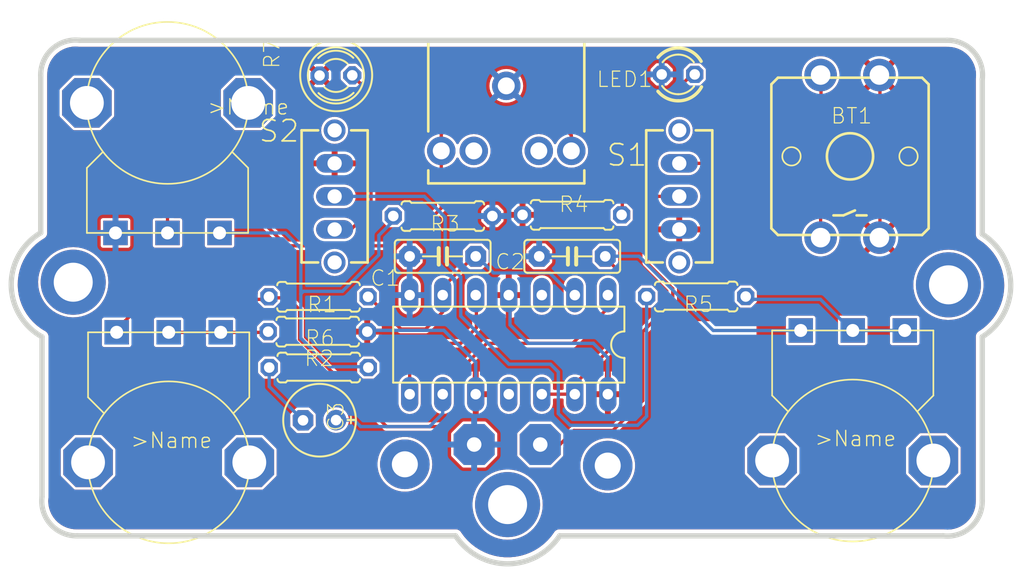
<source format=kicad_pcb>
(kicad_pcb (version 20211014) (generator pcbnew)

  (general
    (thickness 1.6)
  )

  (paper "A4")
  (layers
    (0 "F.Cu" signal)
    (31 "B.Cu" signal)
    (32 "B.Adhes" user "B.Adhesive")
    (33 "F.Adhes" user "F.Adhesive")
    (34 "B.Paste" user)
    (35 "F.Paste" user)
    (36 "B.SilkS" user "B.Silkscreen")
    (37 "F.SilkS" user "F.Silkscreen")
    (38 "B.Mask" user)
    (39 "F.Mask" user)
    (40 "Dwgs.User" user "User.Drawings")
    (41 "Cmts.User" user "User.Comments")
    (42 "Eco1.User" user "User.Eco1")
    (43 "Eco2.User" user "User.Eco2")
    (44 "Edge.Cuts" user)
    (45 "Margin" user)
    (46 "B.CrtYd" user "B.Courtyard")
    (47 "F.CrtYd" user "F.Courtyard")
    (48 "B.Fab" user)
    (49 "F.Fab" user)
    (50 "User.1" user)
    (51 "User.2" user)
    (52 "User.3" user)
    (53 "User.4" user)
    (54 "User.5" user)
    (55 "User.6" user)
    (56 "User.7" user)
    (57 "User.8" user)
    (58 "User.9" user)
  )

  (setup
    (stackup
      (layer "F.SilkS" (type "Top Silk Screen"))
      (layer "F.Paste" (type "Top Solder Paste"))
      (layer "F.Mask" (type "Top Solder Mask") (thickness 0.01))
      (layer "F.Cu" (type "copper") (thickness 0.035))
      (layer "dielectric 1" (type "core") (thickness 1.51) (material "FR4") (epsilon_r 4.5) (loss_tangent 0.02))
      (layer "B.Cu" (type "copper") (thickness 0.035))
      (layer "B.Mask" (type "Bottom Solder Mask") (thickness 0.01))
      (layer "B.Paste" (type "Bottom Solder Paste"))
      (layer "B.SilkS" (type "Bottom Silk Screen"))
      (copper_finish "None")
      (dielectric_constraints no)
    )
    (pad_to_mask_clearance 0)
    (pcbplotparams
      (layerselection 0x00010fc_ffffffff)
      (disableapertmacros false)
      (usegerberextensions false)
      (usegerberattributes true)
      (usegerberadvancedattributes true)
      (creategerberjobfile true)
      (svguseinch false)
      (svgprecision 6)
      (excludeedgelayer true)
      (plotframeref false)
      (viasonmask false)
      (mode 1)
      (useauxorigin false)
      (hpglpennumber 1)
      (hpglpenspeed 20)
      (hpglpendiameter 15.000000)
      (dxfpolygonmode true)
      (dxfimperialunits true)
      (dxfusepcbnewfont true)
      (psnegative false)
      (psa4output false)
      (plotreference true)
      (plotvalue true)
      (plotinvisibletext false)
      (sketchpadsonfab false)
      (subtractmaskfromsilk false)
      (outputformat 1)
      (mirror false)
      (drillshape 1)
      (scaleselection 1)
      (outputdirectory "")
    )
  )

  (net 0 "")
  (net 1 "Net-(BT1-Pad1)")
  (net 2 "Net-(C1-Pad2)")
  (net 3 "GND")
  (net 4 "VCC")
  (net 5 "Net-(C2-Pad1)")
  (net 6 "Net-(C3-Pad+)")
  (net 7 "Net-(C3-Pad-)")
  (net 8 "Net-(IC1-Pad1)")
  (net 9 "unconnected-(IC1-Pad3)")
  (net 10 "/TRIG")
  (net 11 "unconnected-(IC1-Pad11)")
  (net 12 "Net-(LED1-PadA)")
  (net 13 "Net-(POT1-PadP$1)")
  (net 14 "Net-(POT2-PadP$1)")
  (net 15 "Net-(3.5MM1-Pad2)")
  (net 16 "Net-(POT3-PadP$3)")
  (net 17 "N$5")
  (net 18 "N$11")
  (net 19 "Net-(R5-Pad1)")
  (net 20 "Net-(R7-PadA)")
  (net 21 "Net-(9V_BATTERY1-Pad+)")

  (footprint "TL3XYO" (layer "F.Cu") (at 134.9511 96.905338 90))

  (footprint "0207_7" (layer "F.Cu") (at 162.7511 104.605338))

  (footprint "0207_7" (layer "F.Cu") (at 153.2111 98.325338 180))

  (footprint "C5B2.5" (layer "F.Cu") (at 153.2211 101.515338 180))

  (footprint "AB9V" (layer "F.Cu") (at 148.2211 115.985338 -90))

  (footprint "ALPS_POT" (layer "F.Cu") (at 122.1911 118.355338 90))

  (footprint "E2,5-6E" (layer "F.Cu") (at 133.7911 114.115338 -179.6))

  (footprint "TL3XYO" (layer "F.Cu") (at 161.4511 96.905338 -90))

  (footprint "DIL14" (layer "F.Cu") (at 148.3411 108.305338 180))

  (footprint "BPX65" (layer "F.Cu") (at 135.0511 87.605338 135.4))

  (footprint "0207_7" (layer "F.Cu") (at 133.7111 104.625338))

  (footprint "C5B2.5" (layer "F.Cu") (at 143.2611 101.515338))

  (footprint "0207_7" (layer "F.Cu") (at 133.7311 110.065338 180))

  (footprint "LED3MM" (layer "F.Cu") (at 161.3711 87.525338 180))

  (footprint "ALPS_POT" (layer "F.Cu") (at 174.7911 118.215338 90))

  (footprint "TACTILE-PTH" (layer "F.Cu") (at 174.5811 93.825338 90))

  (footprint "ALPS_POT" (layer "F.Cu") (at 122.1011 88.715338 -90))

  (footprint "0207_7" (layer "F.Cu") (at 133.6511 107.305338))

  (footprint "0207_7" (layer "F.Cu") (at 143.2711 98.415338))

  (footprint "AUDIO-JACK" (layer "F.Cu") (at 148.1511 88.405338 -90))

  (gr_line (start 112.3511 87.605338) (end 112.3511 99.705338) (layer "Edge.Cuts") (width 0.4064) (tstamp 281d3460-a3d0-49fa-a5d6-384a70df66ae))
  (gr_line (start 184.7511 107.705338) (end 184.7511 120.305338) (layer "Edge.Cuts") (width 0.4064) (tstamp 3616f7ef-d472-4f49-96ff-dd75703363b7))
  (gr_line (start 182.0511 84.905338) (end 115.3511 84.905338) (layer "Edge.Cuts") (width 0.4064) (tstamp 507e6ebc-ff9f-45be-b5d0-a7a6e79cf9dd))
  (gr_arc (start 184.7511 99.805338) (mid 186.940378 103.755338) (end 184.7511 107.705338) (layer "Edge.Cuts") (width 0.4064) (tstamp 568462b6-5cab-44ed-8019-3e8d52bca3e0))
  (gr_line (start 144.2511 123.005338) (end 115.1511 123.005338) (layer "Edge.Cuts") (width 0.4064) (tstamp 571f25d6-44fe-4e1c-b6a6-2dc1304ee03e))
  (gr_arc (start 152.2511 123.005338) (mid 148.2511 125.157418) (end 144.2511 123.005338) (layer "Edge.Cuts") (width 0.4064) (tstamp 578a8fd8-3822-4514-9f17-0ecc39f90220))
  (gr_line (start 184.7511 99.805338) (end 184.7511 87.905338) (layer "Edge.Cuts") (width 0.4064) (tstamp 6ae0e470-8560-4082-9bf0-122111dbc939))
  (gr_line (start 112.4511 107.705338) (end 112.4511 120.005338) (layer "Edge.Cuts") (width 0.4064) (tstamp 7472072b-6631-4fef-a94e-557603e9fe98))
  (gr_line (start 152.2511 123.005338) (end 181.7511 123.005338) (layer "Edge.Cuts") (width 0.4064) (tstamp 8ef71d37-8e58-4b18-8897-8b3e23a8da67))
  (gr_arc (start 182.0511 84.905338) (mid 184.086043 85.788889) (end 184.7511 87.905338) (layer "Edge.Cuts") (width 0.4064) (tstamp 984eb39d-10c0-4e78-ac6c-59946801ec33))
  (gr_arc (start 115.1511 123.005338) (mid 113.116157 122.121788) (end 112.4511 120.00534) (layer "Edge.Cuts") (width 0.4064) (tstamp 9d94af19-c0c5-40aa-b2c2-26e02ddc172f))
  (gr_arc (start 112.4511 107.705338) (mid 110.084187 103.734299) (end 112.3511 99.705338) (layer "Edge.Cuts") (width 0.4064) (tstamp a2ade3e6-139c-450b-a059-83bbd626bdd8))
  (gr_arc (start 184.7511 120.305338) (mid 183.86755 122.340282) (end 181.751101 123.005339) (layer "Edge.Cuts") (width 0.4064) (tstamp ad3af092-036b-4b1a-836c-9f6cd177e67f))
  (gr_arc (start 112.3511 87.605338) (mid 113.234651 85.570395) (end 115.351099 84.905339) (layer "Edge.Cuts") (width 0.4064) (tstamp c4dc50b6-1411-4ed6-a8b5-a80983b62b13))
  (gr_text "APC" (at 160.3511 110.905338) (layer "F.Cu") (tstamp 00e2536d-703d-45b2-9c9e-2669d8f8e2b6)
    (effects (font (size 2.2352 2.2352) (thickness 0.3048)) (justify left bottom))
  )
  (gr_text "rev1.0" (at 162.1511 112.805338) (layer "F.Cu") (tstamp a5ac9931-ebed-4eb6-b453-05b95fc84d04)
    (effects (font (size 0.88 0.88) (thickness 0.12)) (justify left bottom))
  )
  (gr_text "pixelkit.ru" (at 157.5511 121.305338) (layer "F.Cu") (tstamp f486fef0-a8ae-4a46-b115-bf911d8400ec)
    (effects (font (size 1.1176 1.1176) (thickness 0.1524)) (justify left bottom))
  )

  (via (at 140.3511 117.505338) (size 3.81) (drill 2) (layers "F.Cu" "B.Cu") (net 0) (tstamp 196a2a51-9e74-4977-8405-fcffee4333a7))
  (via (at 114.8511 103.505338) (size 5) (drill 3) (layers "F.Cu" "B.Cu") (net 0) (tstamp 24e155c5-246f-46ca-987c-c5ea12c780cc))
  (via (at 148.2511 120.605338) (size 5) (drill 3) (layers "F.Cu" "B.Cu") (net 0) (tstamp 754d63d1-8832-41e6-8e7e-2c4a9bc05734))
  (via (at 155.9511 117.605338) (size 3.81) (drill 2) (layers "F.Cu" "B.Cu") (net 0) (tstamp 83a36096-3a96-4cd5-805f-4a9d87771b50))
  (via (at 182.1511 103.705338) (size 5) (drill 3) (layers "F.Cu" "B.Cu") (net 0) (tstamp f87be3f7-8e71-42da-a332-1520de5156d3))
  (segment (start 161.4511 94.365338) (end 171.8911 94.365338) (width 0.254) (layer "F.Cu") (net 1) (tstamp 0cf204e7-0634-4a08-a1fc-76b221321a98))
  (segment (start 172.3511 87.604738) (end 172.3205 87.574138) (width 0.254) (layer "F.Cu") (net 1) (tstamp 7f2e8704-f284-4388-8b16-a68375db4d49))
  (segment (start 172.3205 94.794738) (end 172.3205 100.076538) (width 0.254) (layer "F.Cu") (net 1) (tstamp 92843b33-db0b-4580-8209-1449358641c0))
  (segment (start 171.8911 94.365338) (end 172.3511 93.905338) (width 0.254) (layer "F.Cu") (net 1) (tstamp b3f86982-8fb1-4f8f-8517-a3f0b29224e7))
  (segment (start 171.8911 94.365338) (end 172.3205 94.794738) (width 0.254) (layer "F.Cu") (net 1) (tstamp b825a7bd-1612-429d-b9c6-56dbcf08be35))
  (segment (start 172.3511 93.905338) (end 172.3511 87.604738) (width 0.254) (layer "F.Cu") (net 1) (tstamp d5dea360-d464-4b89-b182-e8c312f9ea5c))
  (segment (start 143.2611 103.901338) (end 145.6411 101.521338) (width 0.254) (layer "F.Cu") (net 2) (tstamp 0eb54a51-789e-4ee9-8ab6-05a9301ebf67))
  (segment (start 143.2511 105.805338) (end 143.2511 104.505338) (width 0.254) (layer "F.Cu") (net 2) (tstamp 45088340-db3f-458e-a883-1c900a8bbbdd))
  (segment (start 145.6411 101.521338) (end 145.8011 101.515338) (width 0.254) (layer "F.Cu") (net 2) (tstamp 74807008-a923-462f-88e3-ca50d9382f1e))
  (segment (start 141.9511 107.105338) (end 143.2511 105.805338) (width 0.254) (layer "F.Cu") (net 2) (tstamp 9af14331-419a-449b-b201-8801005b33dc))
  (segment (start 137.5711 104.625338) (end 140.0511 107.105338) (width 0.254) (layer "F.Cu") (net 2) (tstamp b138207c-df79-4e5b-8419-639fa2563b2d))
  (segment (start 137.5211 104.625338) (end 137.5711 104.625338) (width 0.254) (layer "F.Cu") (net 2) (tstamp b61983cc-e5db-48f8-99aa-377c8a482d2f))
  (segment (start 143.2511 104.505338) (end 143.2611 104.495338) (width 0.254) (layer "F.Cu") (net 2) (tstamp d9fee9e7-52a8-4f31-b0ea-6edd1508f375))
  (segment (start 140.0511 107.105338) (end 141.9511 107.105338) (width 0.254) (layer "F.Cu") (net 2) (tstamp db57d851-9b01-4f10-b6fb-f7ed762a8a53))
  (segment (start 143.2611 104.495338) (end 143.2611 103.901338) (width 0.254) (layer "F.Cu") (net 2) (tstamp dd2edee4-69ca-45dc-af67-d2df775dd722))
  (segment (start 151.4831 102.791338) (end 153.0071 104.315338) (width 0.254) (layer "B.Cu") (net 2) (tstamp 252e9796-86ab-48c4-a58b-3cecf304fca8))
  (segment (start 153.2611 104.315338) (end 153.4211 104.495338) (width 0.254) (layer "B.Cu") (net 2) (tstamp 3deacdd0-e4f4-47e1-9683-79f229449477))
  (segment (start 147.1651 102.791338) (end 151.4831 102.791338) (width 0.254) (layer "B.Cu") (net 2) (tstamp 50b4f897-8d72-4298-b2e3-14110e175429))
  (segment (start 145.8011 101.515338) (end 145.8951 101.521338) (width 0.254) (layer "B.Cu") (net 2) (tstamp 63075e1c-2132-49dc-81ad-2606ff72ac69))
  (segment (start 153.0071 104.315338) (end 153.2611 104.315338) (width 0.254) (layer "B.Cu") (net 2) (tstamp af13a03c-547d-4cb2-8e9a-b43debcaa22e))
  (segment (start 145.8951 101.521338) (end 147.1651 102.791338) (width 0.254) (layer "B.Cu") (net 2) (tstamp ecc1bd22-c595-4394-849b-0a85be538485))
  (segment (start 176.8417 100.076538) (end 176.8831 99.997338) (width 0.254) (layer "F.Cu") (net 4) (tstamp 5012f8b7-eb6f-4ac5-be2f-011eede4305d))
  (segment (start 176.8831 87.805338) (end 176.8417 87.574138) (width 0.254) (layer "F.Cu") (net 4) (tstamp 5c3db6e4-5acf-4e4c-a42a-feb01364cbc9))
  (segment (start 176.8831 99.997338) (end 176.8831 87.805338) (width 0.254) (layer "F.Cu") (net 4) (tstamp 9a5bc8c8-7092-43f4-b0dd-36f3b9ee24cf))
  (segment (start 145.8011 112.115338) (end 145.8951 111.935338) (width 0.254) (layer "F.Cu") (net 4) (tstamp a42b1cf3-3a02-4149-9a69-7d7cfc3a1dd5))
  (segment (start 156.0511 112.105338) (end 155.9711 112.105338) (width 0.254) (layer "B.Cu") (net 4) (tstamp 06957e11-6ac1-4d84-980e-7d5b6fde03be))
  (segment (start 155.9511 109.305338) (end 155.9511 112.005338) (width 0.254) (layer "B.Cu") (net 4) (tstamp 234c031e-9039-44d1-8bc2-35f64e36af31))
  (segment (start 155.9511 112.005338) (end 156.0511 112.105338) (width 0.254) (layer "B.Cu") (net 4) (tstamp 2548393c-f126-40a7-a479-54c274def1be))
  (segment (start 149.8511 108.205338) (end 154.8511 108.205338) (width 0.254) (layer "B.Cu") (net 4) (tstamp 27a87ad9-c6e3-4cea-b955-61f84ff9dca2))
  (segment (start 137.6511 107.205338) (end 137.5511 107.305338) (width 0.254) (layer "B.Cu") (net 4) (tstamp 33503d5b-7d17-48e4-90ba-199641d62704))
  (segment (start 143.3511 107.205338) (end 145.8011 109.655338) (width 0.254) (layer "B.Cu") (net 4) (tstamp 3ea24b1b-bc3c-489b-adf9-31da15aea2fe))
  (segment (start 154.8511 108.205338) (end 155.9511 109.305338) (width 0.254) (layer "B.Cu") (net 4) (tstamp 543f6013-0f71-4211-bd25-5c3a844ad6b7))
  (segment (start 149.8511 108.205338) (end 148.4351 106.789338) (width 0.254) (layer "B.Cu") (net 4) (tstamp 5ec6571f-bb5d-4d2b-a6b3-8a6c60d2bed9))
  (segment (start 155.9711 112.105338) (end 155.9611 112.115338) (width 0.254) (layer "B.Cu") (net 4) (tstamp 87c81329-b26e-4fb1-a056-a40ca1696867))
  (segment (start 137.6511 107.205338) (end 143.3511 107.205338) (width 0.254) (layer "B.Cu") (net 4) (tstamp a466b5f4-53f2-4e6a-aa5b-5fbb5019b8fb))
  (segment (start 145.8011 109.655338) (end 145.8011 112.115338) (width 0.254) (layer "B.Cu") (net 4) (tstamp cedc36e6-84cd-4abe-ba92-ebbfa3eb0aa4))
  (segment (start 148.4351 106.789338) (end 148.4351 104.569338) (width 0.254) (layer "B.Cu") (net 4) (tstamp f5fbe0f1-0921-4a12-9922-001e0c8e6b72))
  (segment (start 150.8811 112.115338) (end 153.4211 112.115338) (width 0.254) (layer "F.Cu") (net 5) (tstamp 2cc84351-8dd2-4c81-89ac-b0005da97201))
  (segment (start 155.8011 101.655338) (end 155.8011 101.521338) (width 0.254) (layer "F.Cu") (net 5) (tstamp 3c6e5198-7e77-4dd8-bdf1-5f48b1e682b9))
  (segment (start 153.4511 111.305338) (end 157.5511 107.205338) (width 0.254) (layer "F.Cu") (net 5) (tstamp 669400f0-f4c7-4282-87ff-fe27b5f96c85))
  (segment (start 157.5511 107.205338) (end 157.5511 103.405338) (width 0.254) (layer "F.Cu") (net 5) (tstamp 6cba5727-82d3-4f0b-a156-68dfc32572ed))
  (segment (start 153.4511 112.085338) (end 153.4511 111.305338) (width 0.254) (layer "F.Cu") (net 5) (tstamp 97cb61a0-43eb-421d-b515-77233bd690fb))
  (segment (start 153.4211 112.115338) (end 153.4511 112.085338) (width 0.254) (layer "F.Cu") (net 5) (tstamp f49a9459-6dee-4eff-b6aa-0e7e97972da1))
  (segment (start 157.5511 103.405338) (end 155.8011 101.655338) (width 0.254) (layer "F.Cu") (net 5) (tstamp fde3a786-884f-459d-88c2-1a8f3a2bbe18))
  (segment (start 155.7711 101.505338) (end 158.3511 101.505338) (width 0.254) (layer "B.Cu") (net 5) (tstamp 092dff73-ada2-427b-b71b-3f3266277c13))
  (segment (start 158.3511 101.505338) (end 164.0611 107.215338) (width 0.254) (layer "B.Cu") (net 5) (tstamp 1a05bd2e-2357-4fd5-8129-f8dc7dd02ae9))
  (segment (start 164.0611 107.215338) (end 170.7911 107.215338) (width 0.254) (layer "B.Cu") (net 5) (tstamp 4c73ec67-3138-4de9-81a7-fd13fe608f04))
  (segment (start 155.7611 101.515338) (end 155.7711 101.505338) (width 0.254) (layer "B.Cu") (net 5) (tstamp 7655541e-3c6f-4837-8d44-40d91f4ddf14))
  (segment (start 136.9511 114.605338) (end 142.2511 114.605338) (width 0.254) (layer "B.Cu") (net 6) (tstamp 10057c75-f905-4a2f-ba0a-c0b9bb60108b))
  (segment (start 135.061068 114.106473) (end 135.0622 114.105338) (width 0.254) (layer "B.Cu") (net 6) (tstamp 839c6f14-ba36-494b-a849-4ae84f25b9a6))
  (segment (start 143.2611 113.595338) (end 143.2611 112.115338) (width 0.254) (layer "B.Cu") (net 6) (tstamp b35da94e-6939-4b0e-bbf6-9122ab9bbc29))
  (segment (start 135.0622 114.105338) (end 136.4511 114.105338) (width 0.254) (layer "B.Cu") (net 6) (tstamp bacf4cb8-3bee-4bc8-ad11-a6390fbd1b92))
  (segment (start 136.4511 114.105338) (end 136.9511 114.605338) (width 0.254) (layer "B.Cu") (net 6) (tstamp d41acfe6-0f5d-460f-8dd8-e35ed58732c1))
  (segment (start 142.2511 114.605338) (end 143.2611 113.595338) (width 0.254) (layer "B.Cu") (net 6) (tstamp e3e2f1ef-34fc-4869-a974-d29586cf3513))
  (segment (start 129.9211 111.524238) (end 129.9211 110.065338) (width 0.254) (layer "B.Cu") (net 7) (tstamp 4abf5a07-be5d-4af0-8613-86940a0c09a7))
  (segment (start 132.521128 114.124207) (end 129.9211 111.524238) (width 0.254) (layer "B.Cu") (net 7) (tstamp c681e736-e235-47cf-b698-107842526b4a))
  (segment (start 129.9811 104.735338) (end 129.9811 104.705338) (width 0.254) (layer "F.Cu") (net 8) (tstamp 1104d01b-562a-4a13-8be2-65737a5823f9))
  (segment (start 118.1911 107.355338) (end 118.2091 107.109338) (width 0.254) (layer "F.Cu") (net 8) (tstamp 13277d09-dfa7-42b9-b682-3d3207cf7b03))
  (segment (start 144.6511 113.305338) (end 144.6511 110.205338) (width 0.254) (layer "F.Cu") (net 8) (tstamp 26c4d1b1-7add-42b8-8c91-4c0e57118dbc))
  (segment (start 153.2511 108.205338) (end 155.9611 105.495338) (width 0.254) (layer "F.Cu") (net 8) (tstamp 2b62ba45-139a-462f-9c7c-9632c6680761))
  (segment (start 146.6511 108.205338) (end 153.2511 108.205338) (width 0.254) (layer "F.Cu") (net 8) (tstamp 4ed9812b-0ef9-4a7b-ab9f-1f1d0dbf276e))
  (segment (start 144.6511 110.205338) (end 146.6511 108.205338) (width 0.254) (layer "F.Cu") (net 8) (tstamp 54d72567-8253-46b9-827f-adf629d2356c))
  (segment (start 120.4951 104.823338) (end 129.8931 104.823338) (width 0.254) (layer "F.Cu") (net 8) (tstamp 6a27d035-2bb6-4f24-a6d4-b77d884912ec))
  (segment (start 143.3511 114.605338) (end 144.6511 113.305338) (width 0.254) (layer "F.Cu") (net 8) (tstamp 6fdc2176-9da8-4d76-8ad6-4f1b5ab8a13a))
  (segment (start 138.9511 114.605338) (end 143.3511 114.605338) (width 0.254) (layer "F.Cu") (net 8) (tstamp 7dc5e68d-6582-4f0b-9b5d-6424ad48d178))
  (segment (start 129.8931 104.823338) (end 129.9811 104.735338) (width 0.254) (layer "F.Cu") (net 8) (tstamp 7df34985-6bbc-48aa-a893-159555668710))
  (segment (start 129.9811 104.705338) (end 131.3511 104.705338) (width 0.254) (layer "F.Cu") (net 8) (tstamp 923dceea-e06a-4be2-b588-1de7950ceaa2))
  (segment (start 132.2511 107.905338) (end 138.9511 114.605338) (width 0.254) (layer "F.Cu") (net 8) (tstamp bd486413-8e80-4f81-b106-882ae22b009a))
  (segment (start 129.9811 104.705338) (end 129.9011 104.625338) (width 0.254) (layer "F.Cu") (net 8) (tstamp c83b891c-36f4-4a5b-8e81-0a69450d4cd0))
  (segment (start 132.2511 105.605338) (end 132.2511 107.905338) (width 0.254) (layer "F.Cu") (net 8) (tstamp cc6a6f8e-20c4-4f06-bb8b-c051daaa14c6))
  (segment (start 131.3511 104.705338) (end 132.2511 105.605338) (width 0.254) (layer "F.Cu") (net 8) (tstamp e88261ec-0946-476a-a41f-1ac84db4b20b))
  (segment (start 118.2091 107.109338) (end 120.4951 104.823338) (width 0.254) (layer "F.Cu") (net 8) (tstamp e90ad17f-7a98-4e22-9d2b-fe698e91ddde))
  (segment (start 155.9611 105.495338) (end 155.9611 104.495338) (width 0.254) (layer "F.Cu") (net 8) (tstamp ec7c37ad-df0b-4cf5-8418-27a32c7f16dd))
  (segment (start 145.8511 107.005338) (end 145.8511 104.545338) (width 0.254) (layer "F.Cu") (net 10) (tstamp 298248a3-9a1f-406a-8afd-84b789717209))
  (segment (start 144.6511 108.205338) (end 145.8511 107.005338) (width 0.254) (layer "F.Cu") (net 10) (tstamp 433820d9-b6d9-4fc5-8ed7-15c0b6c81883))
  (segment (start 140.7211 110.335338) (end 142.8511 108.205338) (width 0.254) (layer "F.Cu") (net 10) (tstamp 4557905c-6bd0-469c-b014-68c6e8534353))
  (segment (start 140.7211 112.115338) (end 140.7211 110.335338) (width 0.254) (layer "F.Cu") (net 10) (tstamp 54187d30-8594-4013-9e23-2bdd4c05d4e2))
  (segment (start 142.8511 108.205338) (end 144.6511 108.205338) (width 0.254) (layer "F.Cu") (net 10) (tstamp ac00dd48-7e48-4e65-8340-acbfff6a2eb4))
  (segment (start 145.8511 104.545338) (end 145.8011 104.495338) (width 0.254) (layer "F.Cu") (net 10) (tstamp d70a3a78-9a67-4e72-82f4-c8cd2d498e08))
  (segment (start 157.0711 92.885338) (end 162.4051 87.551338) (width 0.254) (layer "F.Cu") (net 12) (tstamp 004f9f7a-f678-4fc1-88f9-83f72bcbc132))
  (segment (start 157.0711 98.219338) (end 157.0711 92.885338) (width 0.254) (layer "F.Cu") (net 12) (tstamp 7212e732-27fa-4b4e-bb48-1810b76521b8))
  (segment (start 162.4051 87.551338) (end 162.6411 87.525338) (width 0.254) (layer "F.Cu") (net 12) (tstamp 7de49d6f-d42b-4b44-b430-45667026221e))
  (segment (start 157.0211 98.325338) (end 157.0711 98.219338) (width 0.254) (layer "F.Cu") (net 12) (tstamp f12d89a6-6f02-4ecc-8b23-037c6427660b))
  (segment (start 126.1911 107.355338) (end 126.3371 107.363338) (width 0.254) (layer "F.Cu") (net 13) (tstamp 1bdd8a36-c64b-4c7c-abda-5460a40b72e2))
  (segment (start 122.1911 107.355338) (end 122.2731 107.363338) (width 0.254) (layer "F.Cu") (net 13) (tstamp 700a10ce-57c8-43c8-b92f-88640210f4ae))
  (segment (start 126.0831 107.363338) (end 126.1911 107.355338) (width 0.254) (layer "F.Cu") (net 13) (tstamp 7abc45f3-b977-4bba-a1c8-a5eb065dc994))
  (segment (start 129.6391 107.363338) (end 129.8411 107.305338) (width 0.254) (layer "F.Cu") (net 13) (tstamp bb1d04b9-8ab4-4c47-9961-bb3c72a3ae11))
  (segment (start 122.2731 107.363338) (end 126.0831 107.363338) (width 0.254) (layer "F.Cu") (net 13) (tstamp c89c882f-d576-469a-bdf2-1b5bafaf67e5))
  (segment (start 126.3371 107.363338) (end 129.6391 107.363338) (width 0.254) (layer "F.Cu") (net 13) (tstamp f5e0bfa0-c575-41b3-b3a7-cb8ee07a321b))
  (segment (start 172.3111 104.823338) (end 174.5971 107.109338) (width 0.254) (layer "B.Cu") (net 14) (tstamp 08f95b27-3982-43ba-b262-51bc28c218f6))
  (segment (start 166.7231 104.823338) (end 172.3111 104.823338) (width 0.254) (layer "B.Cu") (net 14) (tstamp 0c222a0b-7743-4ee8-a4e2-c7fa02535a0a))
  (segment (start 174.5971 107.109338) (end 174.7911 107.215338) (width 0.254) (layer "B.Cu") (net 14) (tstamp 4ef69f2d-cb3f-4adb-bcdb-011b14cff451))
  (segment (start 166.5611 104.605338) (end 166.7231 104.823338) (width 0.254) (layer "B.Cu") (net 14) (tstamp c7f91c2c-e39f-4843-9a45-66311872e3c0))
  (segment (start 174.7911 107.215338) (end 178.7911 107.215338) (width 0.254) (layer "B.Cu") (net 14) (tstamp f9189ab7-f7a5-40c5-8ce8-28583087ccde))
  (segment (start 138.3511 99.905338) (end 139.4611 98.795338) (width 0.254) (layer "B.Cu") (net 16) (tstamp 0d1646d3-8c5c-4715-9e1e-97e8cea71e43))
  (segment (start 132.3511 107.805338) (end 134.5511 110.005338) (width 0.254) (layer "B.Cu") (net 16) (tstamp 1e6e8ace-9a07-4c51-9959-469373d32847))
  (segment (start 132.3511 104.405338) (end 132.5511 104.205338) (width 0.254) (layer "B.Cu") (net 16) (tstamp 1f49245c-3bda-4748-8dc0-a10487902dbb))
  (segment (start 126.1011 99.715338) (end 131.1611 99.715338) (width 0.254) (layer "B.Cu") (net 16) (tstamp 2fe2c2b3-ef70-4d8f-9d56-026c0d7f8691))
  (segment (start 138.3511 101.405338) (end 138.3511 99.905338) (width 0.254) (layer "B.Cu") (net 16) (tstamp 5b16c93e-979e-461d-95e9-11d2f48690d5))
  (segment (start 132.3511 104.405338) (end 132.3511 107.805338) (width 0.254) (layer "B.Cu") (net 16) (tstamp 6429263c-ff51-438f-9ce8-eee8fab73206))
  (segment (start 134.5511 110.005338) (end 137.4811 110.005338) (width 0.254) (layer "B.Cu") (net 16) (tstamp 877d9069-34f1-4943-b736-2ea5616c5321))
  (segment (start 132.3511 100.905338) (end 132.3511 104.405338) (width 0.254) (layer "B.Cu") (net 16) (tstamp 972de8d1-e59a-4860-9e95-d4b1d7f4675c))
  (segment (start 135.5511 104.205338) (end 138.3511 101.405338) (width 0.254) (layer "B.Cu") (net 16) (tstamp bac2ce17-b8f0-445a-9a25-e6a1c4acf332))
  (segment (start 137.4811 110.005338) (end 137.5411 110.065338) (width 0.254) (layer "B.Cu") (net 16) (tstamp d54d0719-c970-4822-8262-96b4a6701b2a))
  (segment (start 132.5511 104.205338) (end 135.5511 104.205338) (width 0.254) (layer "B.Cu") (net 16) (tstamp d755180c-51d5-4f7f-80e1-18cfc4f2dc7c))
  (segment (start 139.4611 98.795338) (end 139.4611 98.415338) (width 0.254) (layer "B.Cu") (net 16) (tstamp e3e0ccba-49c2-4b1f-ba67-5cc131c30b40))
  (segment (start 131.1611 99.715338) (end 132.3511 100.905338) (width 0.254) (layer "B.Cu") (net 16) (tstamp fb592d11-f859-45a1-b5c0-bb03e0abd0ae))
  (segment (start 153.1511 92.205338) (end 153.1511 93.405338) (width 0.254) (layer "F.Cu") (net 17) (tstamp 17dfa43c-ad11-4264-997d-fb18344b4d2e))
  (segment (start 143.1511 92.105338) (end 143.9511 91.305338) (width 0.254) (layer "F.Cu") (net 17) (tstamp 2e734dde-84d7-4d52-b3a1-ac3382cd1b70))
  (segment (start 141.1511 98.705338) (end 142.2511 98.705338) (width 0.254) (layer "F.Cu") (net 17) (tstamp 3263d79c-5377-414c-86e9-036ea845215a))
  (segment (start 128.0511 97.505338) (end 131.2511 100.705338) (width 0.254) (layer "F.Cu") (net 17) (tstamp 4a4476d9-6927-4607-84b0-03e3602b2f17))
  (segment (start 143.9511 91.305338) (end 152.2511 91.305338) (width 0.254) (layer "F.Cu") (net 17) (tstamp 5d1a6bef-28ce-4130-bb3e-ef0b83092482))
  (segment (start 122.1011 99.715338) (end 122.1011 98.355338) (width 0.254) (layer "F.Cu") (net 17) (tstamp 6ac223f2-d3ce-4935-95cb-72a11b3f50a0))
  (segment (start 142.2511 98.705338) (end 143.1511 97.805338) (width 0.254) (layer "F.Cu") (net 17) (tstamp 8b7d2461-4ec9-4ed0-8632-6712913f6e5d))
  (segment (start 139.1511 100.705338) (end 141.1511 98.705338) (width 0.254) (layer "F.Cu") (net 17) (tstamp 9bec6e77-1fda-422f-9a74-bb0b8119073c))
  (segment (start 143.1511 97.805338) (end 143.1511 93.405338) (width 0.254) (layer "F.Cu") (net 17) (tstamp a7d7b677-26f5-43d2-9fb6-ace3d33d34f4))
  (segment (start 131.2511 100.705338) (end 139.1511 100.705338) (width 0.254) (layer "F.Cu") (net 17) (tstamp b45e10a6-262c-4d90-9057-eb21d0150093))
  (segment (start 122.9511 97.505338) (end 128.0511 97.505338) (width 0.254) (layer "F.Cu") (net 17) (tstamp b8a809b1-6328-400a-9baa-8af826fe2f2a))
  (segment (start 122.1011 98.355338) (end 122.9511 97.505338) (width 0.254) (layer "F.Cu") (net 17) (tstamp badd3d25-d1c4-49eb-9f6c-d7767014ac7b))
  (segment (start 143.1511 93.405338) (end 143.1511 92.105338) (width 0.254) (layer "F.Cu") (net 17) (tstamp c8efa8f7-d681-40d6-bb5e-1fd313272cfb))
  (segment (start 152.2511 91.305338) (end 153.1511 92.205338) (width 0.254) (layer "F.Cu") (net 17) (tstamp e6da1d15-a5cb-4a72-968f-6e07e4cddd41))
  (segment (start 160.9511 104.005338) (end 158.9511 102.005338) (width 0.254) (layer "F.Cu") (net 18) (tstamp 0b671db2-ecaf-452e-b77d-2b85dd5d89fc))
  (segment (start 150.7611 115.985338) (end 152.2711 115.985338) (width 0.254) (layer "F.Cu") (net 18) (tstamp 1ba96c73-9411-4156-9286-05d9f4f895ec))
  (segment (start 158.9511 97.305338) (end 159.3511 96.905338) (width 0.254) (layer "F.Cu") (net 18) (tstamp 21bd6073-d283-4239-a945-cb9c1901fa8b))
  (segment (start 156.3511 114.905338) (end 158.6511 112.605338) (width 0.254) (layer "F.Cu") (net 18) (tstamp 33cff1e2-bd41-49fb-bdc7-d74ee75cbfab))
  (segment (start 153.3511 114.905338) (end 156.3511 114.905338) (width 0.254) (layer "F.Cu") (net 18) (tstamp 3da97f11-f6dd-47cb-9dd5-cf7757082ae2))
  (segment (start 158.6511 107.305338) (end 160.9511 105.005338) (width 0.254) (layer "F.Cu") (net 18) (tstamp 40d5e307-8a99-4d4c-b649-64bb1dd0683d))
  (segment (start 158.6511 112.605338) (end 158.6511 107.305338) (width 0.254) (layer "F.Cu") (net 18) (tstamp 52b678e8-c6ef-4746-b937-4e24485791fe))
  (segment (start 158.9511 102.005338) (end 158.9511 97.305338) (width 0.254) (layer "F.Cu") (net 18) (tstamp 6ad338ca-9ede-435a-8778-3e897390f7cb))
  (segment (start 160.9511 105.005338) (end 160.9511 104.005338) (width 0.254) (layer "F.Cu") (net 18) (tstamp 7d8a012b-7377-4c05-a6b4-437da13f6015))
  (segment (start 152.2711 115.985338) (end 153.3511 114.905338) (width 0.254) (layer "F.Cu") (net 18) (tstamp be7d50cd-37dc-46cb-afb3-06b88a29b0fc))
  (segment (start 159.3511 96.905338) (end 161.4511 96.905338) (width 0.254) (layer "F.Cu") (net 18) (tstamp d66ff189-9fab-4fd3-b267-0a4ef686f729))
  (segment (start 152.1511 110.405338) (end 152.1511 113.605338) (width 0.254) (layer "B.Cu") (net 19) (tstamp 065ab331-6444-409a-836c-5c8543c1a1c0))
  (segment (start 152.1511 113.605338) (end 153.0511 114.505338) (width 0.254) (layer "B.Cu") (net 19) (tstamp 1445bde8-7505-4009-ac01-baea76813e58))
  (segment (start 144.6511 106.105338) (end 148.3511 109.805338) (width 0.254) (layer "B.Cu") (net 19) (tstamp 1659d530-2add-4527-b84c-c1e49483b59f))
  (segment (start 148.3511 109.805338) (end 151.5511 109.805338) (width 0.254) (layer "B.Cu") (net 19) (tstamp 22a9b201-3e9b-4462-be94-f8b23e498d78))
  (segment (start 141.8511 96.905338) (end 143.4511 98.505338) (width 0.254) (layer "B.Cu") (net 19) (tstamp 38399196-6aed-4b4f-9fd0-4697ebf3ebb6))
  (segment (start 151.5511 109.805338) (end 152.1511 110.405338) (width 0.254) (layer "B.Cu") (net 19) (tstamp 4bbc14cf-a931-4b73-a84a-2985cd1cd130))
  (segment (start 134.9511 96.905338) (end 141.8511 96.905338) (width 0.254) (layer "B.Cu") (net 19) (tstamp 4c585e09-ff0c-459b-a9a9-015250a36613))
  (segment (start 143.4511 98.505338) (end 143.4511 101.905338) (width 0.254) (layer "B.Cu") (net 19) (tstamp 50648fb2-9431-4258-95a5-348aaca122f2))
  (segment (start 153.0511 114.505338) (end 158.2511 114.505338) (width 0.254) (layer "B.Cu") (net 19) (tstamp 63aabf3f-78fb-4d06-b198-0e88cfd10554))
  (segment (start 134.9511 96.905338) (end 134.9731 96.949338) (width 0.254) (layer "B.Cu") (net 19) (tstamp 892df847-2ca6-4c6d-8303-b953d2255c45))
  (segment (start 158.9411 113.815338) (end 158.9411 104.605338) (width 0.254) (layer "B.Cu") (net 19) (tstamp ad6064e2-7e6c-4785-91ac-3dd9722fdd3a))
  (segment (start 158.2511 114.505338) (end 158.9411 113.815338) (width 0.254) (layer "B.Cu") (net 19) (tstamp c0b7f4e3-cc45-467e-bf59-832149bb1e47))
  (segment (start 144.6511 103.105338) (end 144.6511 106.105338) (width 0.254) (layer "B.Cu") (net 19) (tstamp cf568438-f542-4f1c-a7c8-a1c65eab47ab))
  (segment (start 143.4511 101.905338) (end 144.6511 103.105338) (width 0.254) (layer "B.Cu") (net 19) (tstamp eb490306-65f0-477d-a711-53d9f2cc81c8))
  (segment (start 137.7511 89.039438) (end 136.308303 87.596563) (width 0.254) (layer "F.Cu") (net 20) (tstamp 1ed40a26-e149-4930-b618-b7a3c56e798a))
  (segment (start 137.7511 97.905338) (end 137.7511 89.039438) (width 0.254) (layer "F.Cu") (net 20) (tstamp 2dd0789e-97ac-48c8-888a-f834b4313a8a))
  (segment (start 136.1671 99.489338) (end 137.7511 97.905338) (width 0.254) (layer "F.Cu") (net 20) (tstamp 47b02bde-cb29-4f97-ac65-51c503abf158))
  (segment (start 134.9511 99.445338) (end 134.9951 99.489338) (width 0.254) (layer "F.Cu") (net 20) (tstamp 56405bcb-6867-4c3c-94f5-6cbbda474f93))
  (segment (start 134.9951 99.489338) (end 136.1671 99.489338) (width 0.254) (layer "F.Cu") (net 20) (tstamp d1cf7ba4-9900-41a9-b4d9-b1cc3fbfaefb))

  (zone (net 4) (net_name "VCC") (layer "F.Cu") (tstamp c33f4232-a027-466b-a62e-5cede57659c5) (hatch edge 0.508)
    (priority 6)
    (connect_pads (clearance 0.000001))
    (min_thickness 0.2032) (filled_areas_thickness no)
    (fill yes (thermal_gap 0.4564) (thermal_bridge_width 0.4564))
    (polygon
      (pts
        (xy 187.957186 125.730082)
        (xy 109.22 125.648534)
        (xy 109.22 83.82)
        (xy 187.96 83.820086)
      )
    )
    (filled_polygon
      (layer "F.Cu")
      (pts
        (xy 115.030511 85.385259)
        (xy 115.153621 85.392988)
        (xy 115.250493 85.39907)
        (xy 115.271827 85.402743)
        (xy 115.275662 85.403839)
        (xy 115.275667 85.40384)
        (xy 115.282558 85.405809)
        (xy 115.359061 85.40534)
        (xy 115.359679 85.405338)
        (xy 182.009978 85.405338)
        (xy 182.023591 85.406263)
        (xy 182.054387 85.410469)
        (xy 182.061474 85.409407)
        (xy 182.061479 85.409407)
        (xy 182.073323 85.407632)
        (xy 182.092501 85.406612)
        (xy 182.239738 85.412868)
        (xy 182.319534 85.416259)
        (xy 182.331767 85.417532)
        (xy 182.442397 85.435937)
        (xy 182.581485 85.459077)
        (xy 182.593476 85.461835)
        (xy 182.836245 85.533552)
        (xy 182.84781 85.537753)
        (xy 183.080009 85.638571)
        (xy 183.090974 85.644152)
        (xy 183.309131 85.772564)
        (xy 183.319331 85.779441)
        (xy 183.432412 85.866194)
        (xy 183.520178 85.933526)
        (xy 183.529464 85.941598)
        (xy 183.710001 86.119053)
        (xy 183.718232 86.128199)
        (xy 183.87575 86.32636)
        (xy 183.882803 86.336442)
        (xy 184.014951 86.552351)
        (xy 184.020721 86.563219)
        (xy 184.125526 86.793655)
        (xy 184.129925 86.805145)
        (xy 184.199866 87.027721)
        (xy 184.205811 87.046641)
        (xy 184.208774 87.058579)
        (xy 184.253428 87.30111)
        (xy 184.254612 87.307542)
        (xy 184.256095 87.31975)
        (xy 184.271198 87.572461)
        (xy 184.271179 87.58475)
        (xy 184.261416 87.740251)
        (xy 184.257367 87.804741)
        (xy 184.253694 87.826073)
        (xy 184.25063 87.836797)
        (xy 184.250986 87.894878)
        (xy 184.251098 87.913138)
        (xy 184.2511 87.913755)
        (xy 184.2511 99.733837)
        (xy 184.251024 99.734938)
        (xy 184.250758 99.735862)
        (xy 184.2511 99.815898)
        (xy 184.2511 99.841243)
        (xy 184.251194 99.841899)
        (xy 184.251214 99.842412)
        (xy 184.25137 99.879084)
        (xy 184.256128 99.895102)
        (xy 184.259209 99.905472)
        (xy 184.262358 99.919858)
        (xy 184.266262 99.947115)
        (xy 184.27577 99.968025)
        (xy 184.278726 99.974527)
        (xy 184.283582 99.987518)
        (xy 184.286009 99.995689)
        (xy 184.292155 100.016377)
        (xy 184.296042 100.022398)
        (xy 184.307086 100.039506)
        (xy 184.314143 100.052424)
        (xy 184.325542 100.077494)
        (xy 184.345198 100.100306)
        (xy 184.3535 100.111405)
        (xy 184.369833 100.136706)
        (xy 184.375258 100.141397)
        (xy 184.375258 100.141398)
        (xy 184.390657 100.154716)
        (xy 184.401063 100.165141)
        (xy 184.414353 100.180566)
        (xy 184.414357 100.18057)
        (xy 184.419032 100.185995)
        (xy 184.425043 100.189891)
        (xy 184.425044 100.189892)
        (xy 184.444302 100.202374)
        (xy 184.455384 100.210695)
        (xy 184.478162 100.230395)
        (xy 184.484681 100.233374)
        (xy 184.484682 100.233374)
        (xy 184.498044 100.239479)
        (xy 184.513422 100.248214)
        (xy 184.663636 100.352)
        (xy 184.796967 100.444122)
        (xy 184.80433 100.449727)
        (xy 185.053546 100.658205)
        (xy 185.090578 100.689184)
        (xy 185.097394 100.695439)
        (xy 185.201383 100.800106)
        (xy 185.360452 100.960211)
        (xy 185.366665 100.967069)
        (xy 185.604262 101.25487)
        (xy 185.609818 101.262269)
        (xy 185.819977 101.5707)
        (xy 185.824831 101.57858)
        (xy 186.005751 101.905007)
        (xy 186.00986 101.913298)
        (xy 186.16002 102.254966)
        (xy 186.16335 102.2636)
        (xy 186.281483 102.61763)
        (xy 186.284005 102.626533)
        (xy 186.369107 102.989919)
        (xy 186.3708 102.999013)
        (xy 186.420283 103.355234)
        (xy 186.422149 103.368669)
        (xy 186.422999 103.377877)
        (xy 186.436633 103.673997)
        (xy 186.440165 103.750711)
        (xy 186.440165 103.759964)
        (xy 186.423312 104.126026)
        (xy 186.423 104.132792)
        (xy 186.42215 104.141998)
        (xy 186.371962 104.503295)
        (xy 186.3708 104.51166)
        (xy 186.369107 104.520757)
        (xy 186.284005 104.884143)
        (xy 186.281483 104.893046)
        (xy 186.16335 105.247076)
        (xy 186.16002 105.25571)
        (xy 186.00986 105.597378)
        (xy 186.005751 105.605669)
        (xy 185.824831 105.932096)
        (xy 185.819977 105.939976)
        (xy 185.609818 106.248407)
        (xy 185.604262 106.255806)
        (xy 185.366665 106.543607)
        (xy 185.360452 106.550465)
        (xy 185.295648 106.615691)
        (xy 185.15364 106.758625)
        (xy 185.097396 106.815235)
        (xy 185.090581 106.821489)
        (xy 184.804321 107.060956)
        (xy 184.796978 107.066547)
        (xy 184.519184 107.25848)
        (xy 184.501559 107.268209)
        (xy 184.495217 107.270921)
        (xy 184.495213 107.270924)
        (xy 184.488628 107.27374)
        (xy 184.483099 107.278291)
        (xy 184.483095 107.278293)
        (xy 184.462538 107.295213)
        (xy 184.45229 107.302618)
        (xy 184.429772 107.316825)
        (xy 184.429766 107.31683)
        (xy 184.423707 107.320653)
        (xy 184.418962 107.326026)
        (xy 184.407927 107.338521)
        (xy 184.396452 107.349604)
        (xy 184.378043 107.364755)
        (xy 184.364714 107.384335)
        (xy 184.359024 107.392694)
        (xy 184.351268 107.402675)
        (xy 184.333644 107.422631)
        (xy 184.328899 107.428004)
        (xy 184.325853 107.434491)
        (xy 184.325852 107.434493)
        (xy 184.318765 107.449587)
        (xy 184.310864 107.46344)
        (xy 184.297448 107.483149)
        (xy 184.295241 107.489964)
        (xy 184.29524 107.489966)
        (xy 184.287038 107.515293)
        (xy 184.282395 107.527052)
        (xy 184.271077 107.551159)
        (xy 184.26803 107.557649)
        (xy 184.26436 107.581221)
        (xy 184.260669 107.596714)
        (xy 184.253321 107.619404)
        (xy 184.25243 107.650454)
        (xy 184.252351 107.65319)
        (xy 184.251847 107.658658)
        (xy 184.251997 107.65867)
        (xy 184.251697 107.662552)
        (xy 184.2511 107.666385)
        (xy 184.2511 107.69529)
        (xy 184.251059 107.698178)
        (xy 184.24921 107.762569)
        (xy 184.250657 107.768102)
        (xy 184.2511 107.775895)
        (xy 184.2511 120.264216)
        (xy 184.250175 120.277828)
        (xy 184.245969 120.308626)
        (xy 184.247031 120.315713)
        (xy 184.248806 120.327559)
        (xy 184.249825 120.346734)
        (xy 184.240179 120.573771)
        (xy 184.238907 120.586003)
        (xy 184.225969 120.663772)
        (xy 184.197362 120.835723)
        (xy 184.194604 120.847714)
        (xy 184.122887 121.090484)
        (xy 184.118686 121.102049)
        (xy 184.017868 121.334248)
        (xy 184.012287 121.345213)
        (xy 183.929932 121.485125)
        (xy 183.89889 121.537862)
        (xy 183.883875 121.56337)
        (xy 183.876996 121.573573)
        (xy 183.722913 121.774418)
        (xy 183.714841 121.783704)
        (xy 183.537386 121.964241)
        (xy 183.52824 121.972472)
        (xy 183.330079 122.12999)
        (xy 183.319997 122.137043)
        (xy 183.225507 122.194876)
        (xy 183.104083 122.269194)
        (xy 183.093225 122.274958)
        (xy 182.963694 122.333871)
        (xy 182.862783 122.379766)
        (xy 182.851292 122.384165)
        (xy 182.742446 122.418368)
        (xy 182.609793 122.460052)
        (xy 182.59786 122.463014)
        (xy 182.348892 122.508853)
        (xy 182.336687 122.510335)
        (xy 182.083978 122.525438)
        (xy 182.071689 122.525419)
        (xy 181.944595 122.51744)
        (xy 181.851707 122.511608)
        (xy 181.830373 122.507935)
        (xy 181.826538 122.506839)
        (xy 181.826533 122.506838)
        (xy 181.819642 122.504869)
        (xy 181.746727 122.505316)
        (xy 181.743464 122.505336)
        (xy 181.742847 122.505338)
        (xy 152.259256 122.505338)
        (xy 152.257171 122.505316)
        (xy 152.256161 122.505295)
        (xy 152.189868 122.503921)
        (xy 152.182951 122.505789)
        (xy 152.18295 122.505789)
        (xy 152.15601 122.513064)
        (xy 152.144046 122.515527)
        (xy 152.13793 122.516403)
        (xy 152.109323 122.5205)
        (xy 152.102803 122.523465)
        (xy 152.102801 122.523465)
        (xy 152.088779 122.52984)
        (xy 152.073376 122.53538)
        (xy 152.051599 122.541261)
        (xy 152.045486 122.544994)
        (xy 152.045484 122.544995)
        (xy 152.021671 122.559538)
        (xy 152.010877 122.565261)
        (xy 151.985466 122.576814)
        (xy 151.985462 122.576816)
        (xy 151.978944 122.57978)
        (xy 151.973514 122.584459)
        (xy 151.973512 122.58446)
        (xy 151.961855 122.594504)
        (xy 151.948621 122.604149)
        (xy 151.943826 122.607077)
        (xy 151.935476 122.612176)
        (xy 151.935473 122.612178)
        (xy 151.929366 122.615908)
        (xy 151.924548 122.621205)
        (xy 151.905764 122.641857)
        (xy 151.897019 122.65037)
        (xy 151.870443 122.67327)
        (xy 151.866543 122.679287)
        (xy 151.858168 122.692208)
        (xy 151.848171 122.70518)
        (xy 151.832999 122.721861)
        (xy 151.823504 122.741339)
        (xy 151.814335 122.756563)
        (xy 151.598723 123.051903)
        (xy 151.5928 123.059263)
        (xy 151.331601 123.354307)
        (xy 151.325008 123.361084)
        (xy 151.300211 123.384285)
        (xy 151.037263 123.630305)
        (xy 151.030075 123.636423)
        (xy 151.029633 123.636765)
        (xy 150.718325 123.877442)
        (xy 150.710591 123.882861)
        (xy 150.377578 124.093556)
        (xy 150.369382 124.098217)
        (xy 150.018063 124.276717)
        (xy 150.009452 124.280594)
        (xy 149.642948 124.425314)
        (xy 149.634001 124.42837)
        (xy 149.498482 124.467641)
        (xy 149.255518 124.538049)
        (xy 149.246338 124.540247)
        (xy 149.05278 124.577078)
        (xy 148.859231 124.613907)
        (xy 148.849871 124.615236)
        (xy 148.524335 124.645934)
        (xy 148.457563 124.65223)
        (xy 148.448119 124.652674)
        (xy 148.054081 124.652674)
        (xy 148.044637 124.65223)
        (xy 147.977865 124.645934)
        (xy 147.652329 124.615236)
        (xy 147.642969 124.613907)
        (xy 147.44942 124.577078)
        (xy 147.255862 124.540247)
        (xy 147.246682 124.538049)
        (xy 147.003718 124.467641)
        (xy 146.868199 124.42837)
        (xy 146.859252 124.425314)
        (xy 146.492748 124.280594)
        (xy 146.484137 124.276717)
        (xy 146.132818 124.098217)
        (xy 146.124622 124.093556)
        (xy 145.791609 123.882861)
        (xy 145.783875 123.877442)
        (xy 145.472567 123.636765)
        (xy 145.472125 123.636423)
        (xy 145.464937 123.630305)
        (xy 145.201989 123.384285)
        (xy 145.177192 123.361084)
        (xy 145.170599 123.354307)
        (xy 144.909405 123.059268)
        (xy 144.903478 123.051903)
        (xy 144.691993 122.762217)
        (xy 144.681767 122.744759)
        (xy 144.678987 122.738683)
        (xy 144.678986 122.738681)
        (xy 144.676002 122.73216)
        (xy 144.662494 122.716558)
        (xy 144.658825 122.712321)
        (xy 144.6498 122.700155)
        (xy 144.639612 122.684009)
        (xy 144.639609 122.684005)
        (xy 144.635785 122.677945)
        (xy 144.612255 122.657164)
        (xy 144.602796 122.647611)
        (xy 144.586946 122.629305)
        (xy 144.586945 122.629304)
        (xy 144.582252 122.623884)
        (xy 144.560189 122.609658)
        (xy 144.548109 122.600513)
        (xy 144.533804 122.587879)
        (xy 144.533802 122.587877)
        (xy 144.528434 122.583137)
        (xy 144.521948 122.580092)
        (xy 144.521947 122.580091)
        (xy 144.500024 122.569798)
        (xy 144.488266 122.563286)
        (xy 144.467905 122.550158)
        (xy 144.467902 122.550157)
        (xy 144.46188 122.546274)
        (xy 144.455007 122.544236)
        (xy 144.455006 122.544236)
        (xy 144.436716 122.538814)
        (xy 144.422553 122.533425)
        (xy 144.40528 122.525315)
        (xy 144.405277 122.525314)
        (xy 144.398789 122.522268)
        (xy 144.369975 122.517782)
        (xy 144.36778 122.51744)
        (xy 144.354666 122.514489)
        (xy 144.331441 122.507604)
        (xy 144.331436 122.507603)
        (xy 144.324564 122.505566)
        (xy 144.317397 122.50554)
        (xy 144.317393 122.505539)
        (xy 144.291038 122.505442)
        (xy 144.290608 122.505425)
        (xy 144.290053 122.505338)
        (xy 144.263053 122.505338)
        (xy 144.262681 122.505337)
        (xy 144.183774 122.505045)
        (xy 144.181341 122.505036)
        (xy 144.180528 122.50527)
        (xy 144.179555 122.505338)
        (xy 115.192223 122.505338)
        (xy 115.17861 122.504413)
        (xy 115.147813 122.500207)
        (xy 115.128874 122.503045)
        (xy 115.109698 122.504064)
        (xy 114.982379 122.498654)
        (xy 114.882662 122.494417)
        (xy 114.870435 122.493145)
        (xy 114.720369 122.468179)
        (xy 114.620715 122.4516)
        (xy 114.608724 122.448842)
        (xy 114.365955 122.377125)
        (xy 114.354391 122.372924)
        (xy 114.122195 122.272108)
        (xy 114.111228 122.266527)
        (xy 113.893061 122.138107)
        (xy 113.882869 122.131235)
        (xy 113.682016 121.977147)
        (xy 113.672738 121.969082)
        (xy 113.492198 121.791624)
        (xy 113.483967 121.782478)
        (xy 113.32645 121.584317)
        (xy 113.319397 121.574235)
        (xy 113.187248 121.358326)
        (xy 113.181478 121.347458)
        (xy 113.076673 121.117021)
        (xy 113.072274 121.10553)
        (xy 112.996388 120.864037)
        (xy 112.993424 120.852095)
        (xy 112.947586 120.603131)
        (xy 112.946103 120.590921)
        (xy 112.94581 120.586011)
        (xy 112.945272 120.577007)
        (xy 145.545812 120.577007)
        (xy 145.562002 120.902217)
        (xy 145.562514 120.905196)
        (xy 145.562514 120.905197)
        (xy 145.594353 121.090484)
        (xy 145.617145 121.223127)
        (xy 145.618012 121.226026)
        (xy 145.653657 121.345213)
        (xy 145.710441 121.535087)
        (xy 145.711647 121.537855)
        (xy 145.71165 121.537862)
        (xy 145.747375 121.619828)
        (xy 145.840539 121.83358)
        (xy 145.842067 121.836179)
        (xy 145.842072 121.836189)
        (xy 145.924942 121.977155)
        (xy 146.005555 122.114282)
        (xy 146.007395 122.116693)
        (xy 146.007397 122.116696)
        (xy 146.056859 122.181507)
        (xy 146.203098 122.373126)
        (xy 146.430308 122.606363)
        (xy 146.683892 122.810614)
        (xy 146.960178 122.982921)
        (xy 147.255163 123.120789)
        (xy 147.258046 123.121734)
        (xy 147.561693 123.221275)
        (xy 147.5617 123.221277)
        (xy 147.564574 123.222219)
        (xy 147.88393 123.285743)
        (xy 147.886956 123.285973)
        (xy 147.886962 123.285974)
        (xy 148.046267 123.298091)
        (xy 148.208605 123.31044)
        (xy 148.211638 123.310305)
        (xy 148.211644 123.310305)
        (xy 148.530871 123.296088)
        (xy 148.530876 123.296087)
        (xy 148.533895 123.295953)
        (xy 148.536873 123.295457)
        (xy 148.536876 123.295457)
        (xy 148.852103 123.242989)
        (xy 148.855089 123.242492)
        (xy 148.85799 123.241641)
        (xy 148.857994 123.24164)
        (xy 149.164624 123.151685)
        (xy 149.164629 123.151683)
        (xy 149.167534 123.150831)
        (xy 149.237459 123.120789)
        (xy 149.380652 123.059268)
        (xy 149.466704 123.022297)
        (xy 149.748265 122.858753)
        (xy 149.812032 122.810614)
        (xy 150.005731 122.664387)
        (xy 150.005735 122.664384)
        (xy 150.00814 122.662568)
        (xy 150.111707 122.562729)
        (xy 150.240384 122.438685)
        (xy 150.240388 122.438681)
        (xy 150.242564 122.436583)
        (xy 150.290971 122.377125)
        (xy 150.446226 122.186422)
        (xy 150.44814 122.184071)
        (xy 150.479111 122.134985)
        (xy 150.620277 121.911252)
        (xy 150.620279 121.911249)
        (xy 150.621892 121.908692)
        (xy 150.63362 121.883938)
        (xy 150.760009 121.617163)
        (xy 150.760011 121.617158)
        (xy 150.761302 121.614433)
        (xy 150.846746 121.358326)
        (xy 150.863392 121.308432)
        (xy 150.863394 121.308424)
        (xy 150.864351 121.305556)
        (xy 150.929546 120.986537)
        (xy 150.955943 120.661996)
        (xy 150.956536 120.605338)
        (xy 150.936941 120.280315)
        (xy 150.932361 120.255234)
        (xy 150.878986 119.962979)
        (xy 150.878986 119.962977)
        (xy 150.878442 119.960001)
        (xy 150.781884 119.649034)
        (xy 150.768789 119.619827)
        (xy 150.649908 119.354688)
        (xy 150.648667 119.35192)
        (xy 150.480721 119.072962)
        (xy 150.320504 118.867525)
        (xy 150.282339 118.818588)
        (xy 150.282335 118.818584)
        (xy 150.280477 118.816201)
        (xy 150.050838 118.585356)
        (xy 149.795129 118.383771)
        (xy 149.782431 118.376035)
        (xy 149.710975 118.332504)
        (xy 149.517054 118.214367)
        (xy 149.220642 118.079596)
        (xy 149.217745 118.07868)
        (xy 149.217743 118.078679)
        (xy 149.116003 118.046503)
        (xy 148.910185 117.981411)
        (xy 148.683668 117.938815)
        (xy 148.593155 117.921794)
        (xy 148.593151 117.921793)
        (xy 148.590181 117.921235)
        (xy 148.587172 117.921038)
        (xy 148.587166 117.921037)
        (xy 148.26829 117.900137)
        (xy 148.268287 117.900137)
        (xy 148.265266 117.899939)
        (xy 148.116137 117.908146)
        (xy 147.943173 117.917665)
        (xy 147.943167 117.917666)
        (xy 147.940145 117.917832)
        (xy 147.619529 117.974653)
        (xy 147.616631 117.975536)
        (xy 147.616628 117.975537)
        (xy 147.356555 118.054802)
        (xy 147.308061 118.069582)
        (xy 147.305307 118.070799)
        (xy 147.305303 118.070801)
        (xy 147.013021 118.200017)
        (xy 147.013017 118.200019)
        (xy 147.010253 118.201241)
        (xy 147.007646 118.202792)
        (xy 146.851678 118.295583)
        (xy 146.730419 118.367724)
        (xy 146.472613 118.56662)
        (xy 146.470451 118.568748)
        (xy 146.470449 118.56875)
        (xy 146.459398 118.579629)
        (xy 146.240569 118.795048)
        (xy 146.037648 119.049698)
        (xy 145.86679 119.326882)
        (xy 145.865522 119.329633)
        (xy 145.865518 119.32964)
        (xy 145.73174 119.619827)
        (xy 145.730469 119.622585)
        (xy 145.72954 119.62547)
        (xy 145.729538 119.625475)
        (xy 145.701413 119.712812)
        (xy 145.63066 119.932523)
        (xy 145.630085 119.935496)
        (xy 145.630083 119.935503)
        (xy 145.59921 120.095076)
        (xy 145.568809 120.252208)
        (xy 145.545812 120.577007)
        (xy 112.945272 120.577007)
        (xy 112.931001 120.338216)
        (xy 112.93102 120.325927)
        (xy 112.944831 120.105946)
        (xy 112.948504 120.084612)
        (xy 112.9496 120.080777)
        (xy 112.949601 120.080772)
        (xy 112.95157 120.073881)
        (xy 112.951102 119.99754)
        (xy 112.9511 119.996923)
        (xy 112.9511 118.327679)
        (xy 113.885599 118.327679)
        (xy 113.886577 118.332558)
        (xy 113.893997 118.369574)
        (xy 113.897369 118.386399)
        (xy 113.930295 118.435583)
        (xy 114.910854 119.416142)
        (xy 114.960699 119.449341)
        (xy 115.018762 119.460838)
        (xy 115.985797 119.460838)
        (xy 116.958465 119.460839)
        (xy 116.963441 119.460839)
        (xy 116.98035 119.45745)
        (xy 117.012463 119.451013)
        (xy 117.022161 119.449069)
        (xy 117.052952 119.428456)
        (xy 117.06726 119.418878)
        (xy 117.067262 119.418876)
        (xy 117.071345 119.416143)
        (xy 118.051904 118.435584)
        (xy 118.085103 118.385739)
        (xy 118.096599 118.327679)
        (xy 126.285599 118.327679)
        (xy 126.286577 118.332558)
        (xy 126.293997 118.369574)
        (xy 126.297369 118.386399)
        (xy 126.330295 118.435583)
        (xy 127.310854 119.416142)
        (xy 127.360699 119.449341)
        (xy 127.418762 119.460838)
        (xy 128.385797 119.460838)
        (xy 129.358465 119.460839)
        (xy 129.363441 119.460839)
        (xy 129.38035 119.45745)
        (xy 129.412463 119.451013)
        (xy 129.422161 119.449069)
        (xy 129.452952 119.428456)
        (xy 129.46726 119.418878)
        (xy 129.467262 119.418876)
        (xy 129.471345 119.416143)
        (xy 130.451904 118.435584)
        (xy 130.485103 118.385739)
        (xy 130.4966 118.327676)
        (xy 130.4966 117.483238)
        (xy 138.240796 117.483238)
        (xy 138.257321 117.769844)
        (xy 138.312591 118.051555)
        (xy 138.405582 118.323159)
        (xy 138.437626 118.386871)
        (xy 138.527099 118.564768)
        (xy 138.534573 118.579629)
        (xy 138.536516 118.582456)
        (xy 138.683085 118.795715)
        (xy 138.697178 118.816221)
        (xy 138.890387 119.028555)
        (xy 138.941426 119.07123)
        (xy 139.108 119.210509)
        (xy 139.108006 119.210514)
        (xy 139.110626 119.212704)
        (xy 139.353819 119.365258)
        (xy 139.458816 119.412666)
        (xy 139.575294 119.465258)
        (xy 139.615467 119.483397)
        (xy 139.771426 119.529594)
        (xy 139.88744 119.563959)
        (xy 139.887445 119.56396)
        (xy 139.890726 119.564932)
        (xy 140.04289 119.588216)
        (xy 140.17113 119.60784)
        (xy 140.171136 119.607841)
        (xy 140.174505 119.608356)
        (xy 140.177915 119.60841)
        (xy 140.17792 119.60841)
        (xy 140.354227 119.61118)
        (xy 140.461551 119.612866)
        (xy 140.464955 119.612454)
        (xy 140.464957 119.612454)
        (xy 140.561064 119.600824)
        (xy 140.746553 119.578377)
        (xy 140.749858 119.57751)
        (xy 140.749863 119.577509)
        (xy 141.020926 119.506396)
        (xy 141.020927 119.506396)
        (xy 141.024238 119.505527)
        (xy 141.240031 119.416143)
        (xy 141.286305 119.396976)
        (xy 141.286308 119.396974)
        (xy 141.289467 119.395666)
        (xy 141.402457 119.32964)
        (xy 141.534386 119.252547)
        (xy 141.534391 119.252543)
        (xy 141.537332 119.250825)
        (xy 141.763247 119.073686)
        (xy 141.902057 118.930445)
        (xy 141.960654 118.869977)
        (xy 141.960655 118.869976)
        (xy 141.96303 118.867525)
        (xy 141.970109 118.857889)
        (xy 142.061737 118.733152)
        (xy 142.132987 118.636158)
        (xy 142.26997 118.383865)
        (xy 142.27537 118.369574)
        (xy 142.370238 118.118514)
        (xy 142.37024 118.118508)
        (xy 142.371446 118.115316)
        (xy 142.381921 118.069582)
        (xy 142.416714 117.917665)
        (xy 142.435537 117.83548)
        (xy 142.4417 117.766422)
        (xy 142.460882 117.5515)
        (xy 142.460882 117.551491)
        (xy 142.461057 117.549535)
        (xy 142.46152 117.505338)
        (xy 142.441994 117.218921)
        (xy 142.431344 117.167493)
        (xy 142.384474 116.941163)
        (xy 142.384472 116.941158)
        (xy 142.383778 116.937804)
        (xy 142.332351 116.792579)
        (xy 143.905799 116.792579)
        (xy 143.917569 116.851299)
        (xy 143.950495 116.900483)
        (xy 144.765954 117.715942)
        (xy 144.815799 117.749141)
        (xy 144.873862 117.760638)
        (xy 145.676698 117.760638)
        (xy 146.483365 117.760639)
        (xy 146.488341 117.760639)
        (xy 146.50525 117.75725)
        (xy 146.537363 117.750813)
        (xy 146.547061 117.748869)
        (xy 146.577852 117.728256)
        (xy 146.59216 117.718678)
        (xy 146.592162 117.718676)
        (xy 146.596245 117.715943)
        (xy 147.411704 116.900484)
        (xy 147.444903 116.850639)
        (xy 147.456399 116.792579)
        (xy 148.985799 116.792579)
        (xy 148.997569 116.851299)
        (xy 149.030495 116.900483)
        (xy 149.845954 117.715942)
        (xy 149.895799 117.749141)
        (xy 149.953862 117.760638)
        (xy 150.756698 117.760638)
        (xy 151.563365 117.760639)
        (xy 151.568341 117.760639)
        (xy 151.58525 117.75725)
        (xy 151.617363 117.750813)
        (xy 151.627061 117.748869)
        (xy 151.657852 117.728256)
        (xy 151.67216 117.718678)
        (xy 151.672162 117.718676)
        (xy 151.676245 117.715943)
        (xy 151.80895 117.583238)
        (xy 153.840796 117.583238)
        (xy 153.857321 117.869844)
        (xy 153.912591 118.151555)
        (xy 154.005582 118.423159)
        (xy 154.013601 118.439103)
        (xy 154.087159 118.585356)
        (xy 154.134573 118.679629)
        (xy 154.136516 118.682456)
        (xy 154.257088 118.857889)
        (xy 154.297178 118.916221)
        (xy 154.299479 118.91875)
        (xy 154.29948 118.918751)
        (xy 154.442163 119.075557)
        (xy 154.490387 119.128555)
        (xy 154.493015 119.130752)
        (xy 154.708 119.310509)
        (xy 154.708006 119.310514)
        (xy 154.710626 119.312704)
        (xy 154.953819 119.465258)
        (xy 155.040101 119.504216)
        (xy 155.202427 119.577509)
        (xy 155.215467 119.583397)
        (xy 155.347764 119.622585)
        (xy 155.48744 119.663959)
        (xy 155.487445 119.66396)
        (xy 155.490726 119.664932)
        (xy 155.64289 119.688216)
        (xy 155.77113 119.70784)
        (xy 155.771136 119.707841)
        (xy 155.774505 119.708356)
        (xy 155.777915 119.70841)
        (xy 155.77792 119.70841)
        (xy 155.954227 119.71118)
        (xy 156.061551 119.712866)
        (xy 156.064955 119.712454)
        (xy 156.064957 119.712454)
        (xy 156.161064 119.700824)
        (xy 156.346553 119.678377)
        (xy 156.349858 119.67751)
        (xy 156.349863 119.677509)
        (xy 156.620926 119.606396)
        (xy 156.620927 119.606396)
        (xy 156.624238 119.605527)
        (xy 156.788779 119.537372)
        (xy 156.886305 119.496976)
        (xy 156.886308 119.496974)
        (xy 156.889467 119.495666)
        (xy 156.892414 119.493944)
        (xy 156.892428 119.493937)
        (xy 157.049744 119.402008)
        (xy 157.110491 119.388762)
        (xy 157.167422 119.413753)
        (xy 157.198791 119.467434)
        (xy 157.2011 119.488865)
        (xy 157.2011 121.883938)
        (xy 166.355671 121.883938)
        (xy 166.355671 118.927402)
        (xy 157.791227 118.927402)
        (xy 157.732096 118.908189)
        (xy 157.695551 118.857889)
        (xy 157.695551 118.795715)
        (xy 157.710151 118.767245)
        (xy 157.730962 118.738914)
        (xy 157.732987 118.736158)
        (xy 157.86997 118.483865)
        (xy 157.886884 118.439103)
        (xy 157.970238 118.218514)
        (xy 157.97024 118.218508)
        (xy 157.971446 118.215316)
        (xy 157.974315 118.202792)
        (xy 157.977776 118.187679)
        (xy 166.485599 118.187679)
        (xy 166.486577 118.192558)
        (xy 166.491265 118.215944)
        (xy 166.497369 118.246399)
        (xy 166.530295 118.295583)
        (xy 167.510854 119.276142)
        (xy 167.560699 119.309341)
        (xy 167.618762 119.320838)
        (xy 168.585797 119.320838)
        (xy 169.558465 119.320839)
        (xy 169.563441 119.320839)
        (xy 169.594961 119.314521)
        (xy 169.612463 119.311013)
        (xy 169.622161 119.309069)
        (xy 169.652952 119.288456)
        (xy 169.66726 119.278878)
        (xy 169.667262 119.278876)
        (xy 169.671345 119.276143)
        (xy 170.651904 118.295584)
        (xy 170.685103 118.245739)
        (xy 170.696599 118.187679)
        (xy 178.885599 118.187679)
        (xy 178.886577 118.192558)
        (xy 178.891265 118.215944)
        (xy 178.897369 118.246399)
        (xy 178.930295 118.295583)
        (xy 179.910854 119.276142)
        (xy 179.960699 119.309341)
        (xy 180.018762 119.320838)
        (xy 180.985797 119.320838)
        (xy 181.958465 119.320839)
        (xy 181.963441 119.320839)
        (xy 181.994961 119.314521)
        (xy 182.012463 119.311013)
        (xy 182.022161 119.309069)
        (xy 182.052952 119.288456)
        (xy 182.06726 119.278878)
        (xy 182.067262 119.278876)
        (xy 182.071345 119.276143)
        (xy 183.051904 118.295584)
        (xy 183.085103 118.245739)
        (xy 183.0966 118.187676)
        (xy 183.096601 116.242997)
        (xy 183.084831 116.184277)
        (xy 183.051905 116.135093)
        (xy 182.071346 115.154534)
        (xy 182.065167 115.150418)
        (xy 182.050564 115.140692)
        (xy 182.021501 115.121335)
        (xy 181.963438 115.109838)
        (xy 180.996403 115.109838)
        (xy 180.023735 115.109837)
        (xy 180.018759 115.109837)
        (xy 180.01388 115.110815)
        (xy 179.969737 115.119663)
        (xy 179.960039 115.121607)
        (xy 179.947889 115.129741)
        (xy 179.914975 115.151775)
        (xy 179.910855 115.154533)
        (xy 178.930296 116.135092)
        (xy 178.897097 116.184937)
        (xy 178.8856 116.243)
        (xy 178.885599 118.187679)
        (xy 170.696599 118.187679)
        (xy 170.6966 118.187676)
        (xy 170.696601 116.242997)
        (xy 170.684831 116.184277)
        (xy 170.651905 116.135093)
        (xy 169.671346 115.154534)
        (xy 169.665167 115.150418)
        (xy 169.650564 115.140692)
        (xy 169.621501 115.121335)
        (xy 169.563438 115.109838)
        (xy 168.596403 115.109838)
        (xy 167.623735 115.109837)
        (xy 167.618759 115.109837)
        (xy 167.61388 115.110815)
        (xy 167.569737 115.119663)
        (xy 167.560039 115.121607)
        (xy 167.547889 115.129741)
        (xy 167.514975 115.151775)
        (xy 167.510855 115.154533)
        (xy 166.530296 116.135092)
        (xy 166.497097 116.184937)
        (xy 166.4856 116.243)
        (xy 166.485599 118.187679)
        (xy 157.977776 118.187679)
        (xy 158.026565 117.974653)
        (xy 158.035537 117.93548)
        (xy 158.051141 117.760639)
        (xy 158.060882 117.6515)
        (xy 158.060882 117.651491)
        (xy 158.061057 117.649535)
        (xy 158.06152 117.605338)
        (xy 158.041994 117.318921)
        (xy 157.983778 117.037804)
        (xy 157.887948 116.767189)
        (xy 157.756278 116.512083)
        (xy 157.591204 116.277208)
        (xy 157.395782 116.066908)
        (xy 157.380441 116.054351)
        (xy 157.176278 115.887246)
        (xy 157.173627 115.885076)
        (xy 156.928849 115.735076)
        (xy 156.925718 115.733702)
        (xy 156.925715 115.7337)
        (xy 156.669112 115.621059)
        (xy 156.669108 115.621058)
        (xy 156.665979 115.619684)
        (xy 156.662689 115.618747)
        (xy 156.662684 115.618745)
        (xy 156.393181 115.541976)
        (xy 156.389881 115.541036)
        (xy 156.386492 115.540554)
        (xy 156.386484 115.540552)
        (xy 156.10905 115.501068)
        (xy 156.109049 115.501068)
        (xy 156.105663 115.500586)
        (xy 156.102249 115.500568)
        (xy 156.102247 115.500568)
        (xy 155.946349 115.499751)
        (xy 155.818586 115.499082)
        (xy 155.815191 115.499529)
        (xy 155.81519 115.499529)
        (xy 155.770012 115.505477)
        (xy 155.53396 115.536554)
        (xy 155.257053 115.612307)
        (xy 154.992989 115.72494)
        (xy 154.746655 115.872368)
        (xy 154.743984 115.874508)
        (xy 154.743981 115.87451)
        (xy 154.525285 116.049718)
        (xy 154.525281 116.049722)
        (xy 154.522607 116.051864)
        (xy 154.520247 116.054351)
        (xy 154.404751 116.176059)
        (xy 154.324993 116.260106)
        (xy 154.322995 116.262887)
        (xy 154.322993 116.262889)
        (xy 154.229326 116.39324)
        (xy 154.157469 116.49324)
        (xy 154.155871 116.496259)
        (xy 154.155868 116.496263)
        (xy 154.098626 116.604375)
        (xy 154.023135 116.746953)
        (xy 154.021962 116.750159)
        (xy 154.02196 116.750163)
        (xy 153.925653 117.013336)
        (xy 153.924477 117.01655)
        (xy 153.923749 117.019888)
        (xy 153.923748 117.019892)
        (xy 153.884379 117.200454)
        (xy 153.86332 117.297041)
        (xy 153.863052 117.300448)
        (xy 153.863051 117.300454)
        (xy 153.848935 117.479817)
        (xy 153.840796 117.583238)
        (xy 151.80895 117.583238)
        (xy 152.491704 116.900484)
        (xy 152.524903 116.850639)
        (xy 152.5364 116.792576)
        (xy 152.5364 116.224862)
        (xy 152.555613 116.165731)
        (xy 152.565865 116.153727)
        (xy 153.45729 115.262303)
        (xy 153.512688 115.234077)
        (xy 153.528425 115.232838)
        (xy 156.332411 115.232838)
        (xy 156.34118 115.233221)
        (xy 156.371317 115.235858)
        (xy 156.371318 115.235858)
        (xy 156.380084 115.236625)
        (xy 156.401321 115.230935)
        (xy 156.417801 115.226519)
        (xy 156.426368 115.22462)
        (xy 156.456168 115.219365)
        (xy 156.456173 115.219363)
        (xy 156.464839 115.217835)
        (xy 156.47246 115.213435)
        (xy 156.4779 115.211455)
        (xy 156.483144 115.20901)
        (xy 156.491643 115.206732)
        (xy 156.523636 115.18433)
        (xy 156.53103 115.17962)
        (xy 156.557235 115.16449)
        (xy 156.56486 115.160088)
        (xy 156.571836 115.151775)
        (xy 156.589964 115.13017)
        (xy 156.595893 115.123699)
        (xy 158.869467 112.850126)
        (xy 158.875938 112.844197)
        (xy 158.899105 112.824758)
        (xy 158.899106 112.824757)
        (xy 158.90585 112.819098)
        (xy 158.925376 112.785278)
        (xy 158.930091 112.777876)
        (xy 158.947447 112.753089)
        (xy 158.952494 112.745881)
        (xy 158.954772 112.73738)
        (xy 158.957214 112.732142)
        (xy 158.959194 112.726702)
        (xy 158.963597 112.719077)
        (xy 158.965125 112.710412)
        (xy 158.965126 112.710409)
        (xy 158.970382 112.680598)
        (xy 158.972279 112.672042)
        (xy 158.982386 112.634322)
        (xy 158.978983 112.595425)
        (xy 158.9786 112.586658)
        (xy 158.9786 107.482662)
        (xy 158.997813 107.423531)
        (xy 159.008065 107.411527)
        (xy 159.829365 106.590227)
        (xy 159.884763 106.562001)
        (xy 159.946171 106.571727)
        (xy 159.990135 106.615691)
        (xy 160.0011 106.661362)
        (xy 160.0011 111.712538)
        (xy 161.7005 111.712538)
        (xy 161.759631 111.731751)
        (xy 161.796176 111.782051)
        (xy 161.8011 111.813138)
        (xy 161.8011 113.335338)
        (xy 166.685862 113.335338)
        (xy 166.685862 111.813138)
        (xy 166.705075 111.754007)
        (xy 166.755375 111.717462)
        (xy 166.786462 111.712538)
        (xy 167.392186 111.712538)
        (xy 167.392186 108.174886)
        (xy 169.6508 108.174886)
        (xy 169.662433 108.233369)
        (xy 169.706748 108.29969)
        (xy 169.773069 108.344005)
        (xy 169.811388 108.351627)
        (xy 169.8267 108.354673)
        (xy 169.826701 108.354673)
        (xy 169.831552 108.355638)
        (xy 171.750648 108.355638)
        (xy 171.755499 108.354673)
        (xy 171.7555 108.354673)
        (xy 171.770812 108.351627)
        (xy 171.809131 108.344005)
        (xy 171.875452 108.29969)
        (xy 171.919767 108.233369)
        (xy 171.9314 108.174886)
        (xy 173.6508 108.174886)
        (xy 173.662433 108.233369)
        (xy 173.706748 108.29969)
        (xy 173.773069 108.344005)
        (xy 173.811388 108.351627)
        (xy 173.8267 108.354673)
        (xy 173.826701 108.354673)
        (xy 173.831552 108.355638)
        (xy 175.750648 108.355638)
        (xy 175.755499 108.354673)
        (xy 175.7555 108.354673)
        (xy 175.770812 108.351627)
        (xy 175.809131 108.344005)
        (xy 175.875452 108.29969)
        (xy 175.919767 108.233369)
        (xy 175.9314 108.174886)
        (xy 177.6508 108.174886)
        (xy 177.662433 108.233369)
        (xy 177.706748 108.29969)
        (xy 177.773069 108.344005)
        (xy 177.811388 108.351627)
        (xy 177.8267 108.354673)
        (xy 177.826701 108.354673)
        (xy 177.831552 108.355638)
        (xy 179.750648 108.355638)
        (xy 179.755499 108.354673)
        (xy 179.7555 108.354673)
        (xy 179.770812 108.351627)
        (xy 179.809131 108.344005)
        (xy 179.875452 108.29969)
        (xy 179.919767 108.233369)
        (xy 179.9314 108.174886)
        (xy 179.9314 106.25579)
        (xy 179.929932 106.248407)
        (xy 179.9217 106.207026)
        (xy 179.919767 106.197307)
        (xy 179.875452 106.130986)
        (xy 179.863218 106.122811)
        (xy 179.817371 106.092177)
        (xy 179.809131 106.086671)
        (xy 179.770812 106.079049)
        (xy 179.7555 106.076003)
        (xy 179.755499 106.076003)
        (xy 179.750648 106.075038)
        (xy 177.831552 106.075038)
        (xy 177.826701 106.076003)
        (xy 177.8267 106.076003)
        (xy 177.811388 106.079049)
        (xy 177.773069 106.086671)
        (xy 177.764829 106.092177)
        (xy 177.718983 106.122811)
        (xy 177.706748 106.130986)
        (xy 177.662433 106.197307)
        (xy 177.6605 106.207026)
        (xy 177.652269 106.248407)
        (xy 177.6508 106.25579)
        (xy 177.6508 108.174886)
        (xy 175.9314 108.174886)
        (xy 175.9314 106.25579)
        (xy 175.929932 106.248407)
        (xy 175.9217 106.207026)
        (xy 175.919767 106.197307)
        (xy 175.875452 106.130986)
        (xy 175.863218 106.122811)
        (xy 175.817371 106.092177)
        (xy 175.809131 106.086671)
        (xy 175.770812 106.079049)
        (xy 175.7555 106.076003)
        (xy 175.755499 106.076003)
        (xy 175.750648 106.075038)
        (xy 173.831552 106.075038)
        (xy 173.826701 106.076003)
        (xy 173.8267 106.076003)
        (xy 173.811388 106.079049)
        (xy 173.773069 106.086671)
        (xy 173.764829 106.092177)
        (xy 173.718983 106.122811)
        (xy 173.706748 106.130986)
        (xy 173.662433 106.197307)
        (xy 173.6605 106.207026)
        (xy 173.652269 106.248407)
        (xy 173.6508 106.25579)
        (xy 173.6508 108.174886)
        (xy 171.9314 108.174886)
        (xy 171.9314 106.25579)
        (xy 171.929932 106.248407)
        (xy 171.9217 106.207026)
        (xy 171.919767 106.197307)
        (xy 171.875452 106.130986)
        (xy 171.863218 106.122811)
        (xy 171.817371 106.092177)
        (xy 171.809131 106.086671)
        (xy 171.770812 106.079049)
        (xy 171.7555 106.076003)
        (xy 171.755499 106.076003)
        (xy 171.750648 106.075038)
        (xy 169.831552 106.075038)
        (xy 169.826701 106.076003)
        (xy 169.8267 106.076003)
        (xy 169.811388 106.079049)
        (xy 169.773069 106.086671)
        (xy 169.764829 106.092177)
        (xy 169.718983 106.122811)
        (xy 169.706748 106.130986)
        (xy 169.662433 106.197307)
        (xy 169.6605 106.207026)
        (xy 169.652269 106.248407)
        (xy 169.6508 106.25579)
        (xy 169.6508 108.174886)
        (xy 167.392186 108.174886)
        (xy 167.392186 106.499466)
        (xy 160.162997 106.499466)
        (xy 160.103866 106.480253)
        (xy 160.067321 106.429953)
        (xy 160.067321 106.367779)
        (xy 160.091862 106.327731)
        (xy 161.169467 105.250126)
        (xy 161.175938 105.244197)
        (xy 161.199105 105.224758)
        (xy 161.199106 105.224757)
        (xy 161.20585 105.219098)
        (xy 161.225376 105.185278)
        (xy 161.230091 105.177876)
        (xy 161.247447 105.153089)
        (xy 161.252494 105.145881)
        (xy 161.254772 105.13738)
        (xy 161.257214 105.132142)
        (xy 161.259194 105.126702)
        (xy 161.263597 105.119077)
        (xy 161.265125 105.110412)
        (xy 161.265126 105.110409)
        (xy 161.270382 105.080598)
        (xy 161.272279 105.072042)
        (xy 161.282386 105.034322)
        (xy 161.278983 104.995425)
        (xy 161.2786 104.986658)
        (xy 161.2786 104.955379)
        (xy 165.700199 104.955379)
        (xy 165.711969 105.014099)
        (xy 165.744895 105.063283)
        (xy 166.103154 105.421542)
        (xy 166.107294 105.4243)
        (xy 166.107296 105.424301)
        (xy 166.120057 105.4328)
        (xy 166.152999 105.454741)
        (xy 166.211062 105.466238)
        (xy 166.559192 105.466238)
        (xy 166.906165 105.466239)
        (xy 166.911141 105.466239)
        (xy 166.92805 105.46285)
        (xy 166.960163 105.456413)
        (xy 166.969861 105.454469)
        (xy 167.00223 105.4328)
        (xy 167.01496 105.424278)
        (xy 167.014962 105.424276)
        (xy 167.019045 105.421543)
        (xy 167.377304 105.063284)
        (xy 167.410503 105.013439)
        (xy 167.422 104.955376)
        (xy 167.422001 104.255297)
        (xy 167.410231 104.196577)
        (xy 167.388366 104.163916)
        (xy 167.38004 104.151478)
        (xy 167.380038 104.151476)
        (xy 167.377305 104.147393)
        (xy 167.019046 103.789134)
        (xy 167.014218 103.785918)
        (xy 166.996345 103.774014)
        (xy 166.969201 103.755935)
        (xy 166.911138 103.744438)
        (xy 166.563008 103.744438)
        (xy 166.216035 103.744437)
        (xy 166.211059 103.744437)
        (xy 166.19415 103.747826)
        (xy 166.162037 103.754263)
        (xy 166.152339 103.756207)
        (xy 166.12287 103.775935)
        (xy 166.107275 103.786375)
        (xy 166.103155 103.789133)
        (xy 165.744896 104.147392)
        (xy 165.711697 104.197237)
        (xy 165.7002 104.2553)
        (xy 165.700199 104.955379)
        (xy 161.2786 104.955379)
        (xy 161.2786 104.024027)
        (xy 161.278983 104.015258)
        (xy 161.28162 103.985121)
        (xy 161.28162 103.98512)
        (xy 161.282387 103.976354)
        (xy 161.272281 103.938637)
        (xy 161.270382 103.93007)
        (xy 161.265127 103.90027)
        (xy 161.265125 103.900265)
        (xy 161.263597 103.891599)
        (xy 161.259197 103.883978)
        (xy 161.257217 103.878538)
        (xy 161.254771 103.873293)
        (xy 161.252494 103.864795)
        (xy 161.230091 103.8328)
        (xy 161.225376 103.825398)
        (xy 161.210252 103.799203)
        (xy 161.20585 103.791578)
        (xy 161.194089 103.781709)
        (xy 161.175938 103.766479)
        (xy 161.169467 103.76055)
        (xy 161.085924 103.677007)
        (xy 179.445812 103.677007)
        (xy 179.462002 104.002217)
        (xy 179.462514 104.005196)
        (xy 179.462514 104.005197)
        (xy 179.514602 104.308325)
        (xy 179.517145 104.323127)
        (xy 179.518012 104.326026)
        (xy 179.592571 104.575333)
        (xy 179.610441 104.635087)
        (xy 179.611647 104.637855)
        (xy 179.61165 104.637862)
        (xy 179.686107 104.808692)
        (xy 179.740539 104.93358)
        (xy 179.742067 104.936179)
        (xy 179.742072 104.936189)
        (xy 179.828545 105.083283)
        (xy 179.905555 105.214282)
        (xy 179.907395 105.216693)
        (xy 179.907397 105.216696)
        (xy 180.006734 105.346859)
        (xy 180.103098 105.473126)
        (xy 180.330308 105.706363)
        (xy 180.583892 105.910614)
        (xy 180.722035 105.996767)
        (xy 180.832947 106.065938)
        (xy 180.860178 106.082921)
        (xy 180.862924 106.084205)
        (xy 180.862927 106.084206)
        (xy 180.879982 106.092177)
        (xy 181.155163 106.220789)
        (xy 181.173106 106.226671)
        (xy 181.461693 106.321275)
        (xy 181.4617 106.321277)
        (xy 181.464574 106.322219)
        (xy 181.467549 106.322811)
        (xy 181.46755 106.322811)
        (xy 181.499001 106.329067)
        (xy 181.78393 106.385743)
        (xy 181.786956 106.385973)
        (xy 181.786962 106.385974)
        (xy 181.946267 106.398091)
        (xy 182.108605 106.41044)
        (xy 182.111638 106.410305)
        (xy 182.111644 106.410305)
        (xy 182.430871 106.396088)
        (xy 182.430876 106.396087)
        (xy 182.433895 106.395953)
        (xy 182.436873 106.395457)
        (xy 182.436876 106.395457)
        (xy 182.752103 106.342989)
        (xy 182.755089 106.342492)
        (xy 182.75799 106.341641)
        (xy 182.757994 106.34164)
        (xy 183.064624 106.251685)
        (xy 183.064629 106.251683)
        (xy 183.067534 106.250831)
        (xy 183.077485 106.246556)
        (xy 183.348139 106.130273)
        (xy 183.366704 106.122297)
        (xy 183.648265 105.958753)
        (xy 183.673138 105.939976)
        (xy 183.905731 105.764387)
        (xy 183.905735 105.764384)
        (xy 183.90814 105.762568)
        (xy 184.056418 105.619628)
        (xy 184.140384 105.538685)
        (xy 184.140388 105.538681)
        (xy 184.142564 105.536583)
        (xy 184.153097 105.523646)
        (xy 184.346226 105.286422)
        (xy 184.34814 105.284071)
        (xy 184.355046 105.273126)
        (xy 184.520277 105.011252)
        (xy 184.520279 105.011249)
        (xy 184.521892 105.008692)
        (xy 184.523925 105.004401)
        (xy 184.660009 104.717163)
        (xy 184.660011 104.717158)
        (xy 184.661302 104.714433)
        (xy 184.697821 104.604971)
        (xy 184.763392 104.408432)
        (xy 184.763394 104.408424)
        (xy 184.764351 104.405556)
        (xy 184.829546 104.086537)
        (xy 184.841921 103.934387)
        (xy 184.855799 103.763772)
        (xy 184.8558 103.763759)
        (xy 184.855943 103.761996)
        (xy 184.855965 103.759965)
        (xy 184.856254 103.732293)
        (xy 184.856536 103.705338)
        (xy 184.836941 103.380315)
        (xy 184.835654 103.373265)
        (xy 184.778986 103.062979)
        (xy 184.778986 103.062977)
        (xy 184.778442 103.060001)
        (xy 184.681884 102.749034)
        (xy 184.680153 102.745172)
        (xy 184.573077 102.506362)
        (xy 184.548667 102.45192)
        (xy 184.380721 102.172962)
        (xy 184.242257 101.995418)
        (xy 184.182339 101.918588)
        (xy 184.182335 101.918584)
        (xy 184.180477 101.916201)
        (xy 183.950838 101.685356)
        (xy 183.695129 101.483771)
        (xy 183.680801 101.475042)
        (xy 183.577462 101.412088)
        (xy 183.417054 101.314367)
        (xy 183.120642 101.179596)
        (xy 183.117745 101.17868)
        (xy 183.117743 101.178679)
        (xy 182.93236 101.12005)
        (xy 182.810185 101.081411)
        (xy 182.576074 101.037387)
        (xy 182.493155 101.021794)
        (xy 182.493151 101.021793)
        (xy 182.490181 101.021235)
        (xy 182.487172 101.021038)
        (xy 182.487166 101.021037)
        (xy 182.16829 101.000137)
        (xy 182.168287 101.000137)
        (xy 182.165266 100.999939)
        (xy 182.016137 101.008146)
        (xy 181.843173 101.017665)
        (xy 181.843167 101.017666)
        (xy 181.840145 101.017832)
        (xy 181.519529 101.074653)
        (xy 181.516631 101.075536)
        (xy 181.516628 101.075537)
        (xy 181.210948 101.168702)
        (xy 181.208061 101.169582)
        (xy 181.205307 101.170799)
        (xy 181.205303 101.170801)
        (xy 180.913021 101.300017)
        (xy 180.913017 101.300019)
        (xy 180.910253 101.301241)
        (xy 180.907646 101.302792)
        (xy 180.635388 101.464768)
        (xy 180.630419 101.467724)
        (xy 180.628021 101.469574)
        (xy 180.611668 101.48219)
        (xy 180.372613 101.66662)
        (xy 180.370451 101.668748)
        (xy 180.370449 101.66875)
        (xy 180.324432 101.71405)
        (xy 180.140569 101.895048)
        (xy 179.937648 102.149698)
        (xy 179.76679 102.426882)
        (xy 179.765522 102.429633)
        (xy 179.765518 102.42964)
        (xy 179.63174 102.719827)
        (xy 179.630469 102.722585)
        (xy 179.62954 102.72547)
        (xy 179.629538 102.725475)
        (xy 179.56537 102.924738)
        (xy 179.53066 103.032523)
        (xy 179.530085 103.035496)
        (xy 179.530083 103.035503)
        (xy 179.471025 103.340755)
        (xy 179.468809 103.352208)
        (xy 179.454739 103.550927)
        (xy 179.450512 103.610633)
        (xy 179.445812 103.677007)
        (xy 161.085924 103.677007)
        (xy 160.24144 102.832523)
        (xy 159.379681 101.970765)
        (xy 160.407476 101.970765)
        (xy 160.424521 102.173751)
        (xy 160.480668 102.369559)
        (xy 160.573779 102.550733)
        (xy 160.576832 102.554585)
        (xy 160.576834 102.554588)
        (xy 160.626801 102.61763)
        (xy 160.700306 102.710371)
        (xy 160.855431 102.842393)
        (xy 161.033245 102.94177)
        (xy 161.226975 103.004716)
        (xy 161.231857 103.005298)
        (xy 161.231861 103.005299)
        (xy 161.424352 103.028252)
        (xy 161.424353 103.028252)
        (xy 161.429242 103.028835)
        (xy 161.632341 103.013207)
        (xy 161.637082 103.011883)
        (xy 161.637084 103.011883)
        (xy 161.745729 102.981549)
        (xy 161.828537 102.958429)
        (xy 162.010356 102.866585)
        (xy 162.014972 102.862979)
        (xy 162.166997 102.744204)
        (xy 162.170874 102.741175)
        (xy 162.186921 102.722585)
        (xy 162.229933 102.672754)
        (xy 162.303975 102.586975)
        (xy 162.354283 102.498418)
        (xy 162.402161 102.414138)
        (xy 162.402162 102.414136)
        (xy 162.404591 102.40986)
        (xy 162.468889 102.216574)
        (xy 162.469505 102.211699)
        (xy 162.469506 102.211694)
        (xy 162.494068 102.017263)
        (xy 162.494069 102.017255)
        (xy 162.494419 102.014481)
        (xy 162.494715 101.993289)
        (xy 162.494787 101.988152)
        (xy 162.494787 101.988147)
        (xy 162.494826 101.985338)
        (xy 162.493613 101.972962)
        (xy 162.475428 101.787503)
        (xy 162.475427 101.7875)
        (xy 162.474948 101.782611)
        (xy 162.416073 101.587605)
        (xy 162.320442 101.407749)
        (xy 162.191697 101.249893)
        (xy 162.120046 101.190618)
        (xy 162.038532 101.123183)
        (xy 162.038527 101.12318)
        (xy 162.034744 101.12005)
        (xy 162.008976 101.106117)
        (xy 161.859883 101.025502)
        (xy 161.859879 101.0255)
        (xy 161.85556 101.023165)
        (xy 161.849325 101.021235)
        (xy 161.665671 100.964385)
        (xy 161.665669 100.964385)
        (xy 161.66097 100.96293)
        (xy 161.458387 100.941637)
        (xy 161.453486 100.942083)
        (xy 161.453483 100.942083)
        (xy 161.260424 100.959653)
        (xy 161.260422 100.959653)
        (xy 161.255525 100.960099)
        (xy 161.060113 101.017612)
        (xy 161.055753 101.019891)
        (xy 161.055749 101.019893)
        (xy 160.897014 101.102878)
        (xy 160.879594 101.111985)
        (xy 160.875755 101.115072)
        (xy 160.875753 101.115073)
        (xy 160.869563 101.12005)
        (xy 160.720843 101.239624)
        (xy 160.717677 101.243397)
        (xy 160.717673 101.243401)
        (xy 160.646227 101.328548)
        (xy 160.589908 101.395667)
        (xy 160.587539 101.399976)
        (xy 160.587537 101.399979)
        (xy 160.540601 101.485356)
        (xy 160.491775 101.574171)
        (xy 160.430182 101.768335)
        (xy 160.429634 101.773222)
        (xy 160.429633 101.773226)
        (xy 160.408024 101.965877)
        (xy 160.407476 101.970765)
        (xy 159.379681 101.970765)
        (xy 159.308065 101.899149)
        (xy 159.279839 101.843751)
        (xy 159.2786 101.828014)
        (xy 159.2786 99.685601)
        (xy 159.596389 99.685601)
        (xy 159.606473 99.744289)
        (xy 159.608847 99.753152)
        (xy 159.67993 99.945828)
        (xy 159.683887 99.954123)
        (xy 159.788887 100.130612)
        (xy 159.794286 100.138044)
        (xy 159.929693 100.292446)
        (xy 159.936354 100.298767)
        (xy 160.097635 100.425911)
        (xy 160.105334 100.430911)
        (xy 160.287086 100.526535)
        (xy 160.295568 100.530048)
        (xy 160.491702 100.59095)
        (xy 160.500676 100.592857)
        (xy 160.667394 100.612589)
        (xy 160.673307 100.612938)
        (xy 161.206967 100.612938)
        (xy 161.219857 100.60875)
        (xy 161.2229 100.604561)
        (xy 161.2229 100.597005)
        (xy 161.6793 100.597005)
        (xy 161.683488 100.609895)
        (xy 161.687677 100.612938)
        (xy 162.214442 100.612938)
        (xy 162.219022 100.612728)
        (xy 162.371402 100.598727)
        (xy 162.380424 100.597054)
        (xy 162.578084 100.541308)
        (xy 162.586657 100.538017)
        (xy 162.770852 100.447183)
        (xy 162.778675 100.442389)
        (xy 162.94323 100.319509)
        (xy 162.950055 100.313364)
        (xy 163.089457 100.16256)
        (xy 163.095051 100.15527)
        (xy 163.20463 99.981597)
        (xy 163.208808 99.973396)
        (xy 163.284904 99.782661)
        (xy 163.287514 99.77385)
        (xy 163.304358 99.689167)
        (xy 163.302765 99.675705)
        (xy 163.302734 99.675671)
        (xy 163.294559 99.673538)
        (xy 161.695233 99.673538)
        (xy 161.682343 99.677726)
        (xy 161.6793 99.681915)
        (xy 161.6793 100.597005)
        (xy 161.2229 100.597005)
        (xy 161.2229 99.689471)
        (xy 161.218712 99.676581)
        (xy 161.214523 99.673538)
        (xy 159.610249 99.673538)
        (xy 159.597359 99.677726)
        (xy 159.596912 99.678341)
        (xy 159.596389 99.685601)
        (xy 159.2786 99.685601)
        (xy 159.2786 99.201509)
        (xy 159.597842 99.201509)
        (xy 159.599435 99.214971)
        (xy 159.599466 99.215005)
        (xy 159.607641 99.217138)
        (xy 161.206967 99.217138)
        (xy 161.219857 99.21295)
        (xy 161.2229 99.208761)
        (xy 161.2229 99.201205)
        (xy 161.6793 99.201205)
        (xy 161.683488 99.214095)
        (xy 161.687677 99.217138)
        (xy 163.291951 99.217138)
        (xy 163.304841 99.21295)
        (xy 163.305288 99.212335)
        (xy 163.305811 99.205075)
        (xy 163.295727 99.146387)
        (xy 163.293353 99.137524)
        (xy 163.22227 98.944848)
        (xy 163.218313 98.936553)
        (xy 163.113313 98.760064)
        (xy 163.107914 98.752632)
        (xy 162.972507 98.59823)
        (xy 162.965846 98.591909)
        (xy 162.804565 98.464765)
        (xy 162.796866 98.459765)
        (xy 162.615114 98.364141)
        (xy 162.606632 98.360628)
        (xy 162.410498 98.299726)
        (xy 162.401524 98.297819)
        (xy 162.234806 98.278087)
        (xy 162.228893 98.277738)
        (xy 161.695233 98.277738)
        (xy 161.682343 98.281926)
        (xy 161.6793 98.286115)
        (xy 161.6793 99.201205)
        (xy 161.2229 99.201205)
        (xy 161.2229 98.293671)
        (xy 161.218712 98.280781)
        (xy 161.214523 98.277738)
        (xy 160.687758 98.277738)
        (xy 160.683178 98.277948)
        (xy 160.530798 98.291949)
        (xy 160.521776 98.293622)
        (xy 160.324116 98.349368)
        (xy 160.315543 98.352659)
        (xy 160.131348 98.443493)
        (xy 160.123525 98.448287)
        (xy 159.95897 98.571167)
        (xy 159.952145 98.577312)
        (xy 159.812743 98.728116)
        (xy 159.807149 98.735406)
        (xy 159.69757 98.909079)
        (xy 159.693392 98.91728)
        (xy 159.617296 99.108015)
        (xy 159.614686 99.116826)
        (xy 159.597842 99.201509)
        (xy 159.2786 99.201509)
        (xy 159.2786 97.482662)
        (xy 159.297813 97.423531)
        (xy 159.308065 97.411527)
        (xy 159.45729 97.262303)
        (xy 159.512688 97.234077)
        (xy 159.528425 97.232838)
        (xy 159.822401 97.232838)
        (xy 159.881532 97.252051)
        (xy 159.914304 97.29252)
        (xy 159.945995 97.363699)
        (xy 159.949097 97.367968)
        (xy 160.054217 97.512653)
        (xy 160.058643 97.518745)
        (xy 160.201064 97.646982)
        (xy 160.291419 97.699148)
        (xy 160.362468 97.740168)
        (xy 160.36247 97.740169)
        (xy 160.367036 97.742805)
        (xy 160.372054 97.744435)
        (xy 160.372053 97.744435)
        (xy 160.503498 97.787144)
        (xy 160.549303 97.802027)
        (xy 160.554543 97.802578)
        (xy 160.554544 97.802578)
        (xy 160.619698 97.809426)
        (xy 160.69212 97.817038)
        (xy 162.21008 97.817038)
        (xy 162.282502 97.809426)
        (xy 162.347656 97.802578)
        (xy 162.347657 97.802578)
        (xy 162.352897 97.802027)
        (xy 162.398703 97.787144)
        (xy 162.530147 97.744435)
        (xy 162.530146 97.744435)
        (xy 162.535164 97.742805)
        (xy 162.53973 97.740169)
        (xy 162.539732 97.740168)
        (xy 162.610781 97.699148)
        (xy 162.701136 97.646982)
        (xy 162.843557 97.518745)
        (xy 162.847984 97.512653)
        (xy 162.953103 97.367968)
        (xy 162.956205 97.363699)
        (xy 163.034154 97.188621)
        (xy 163.036215 97.178927)
        (xy 163.072905 97.006316)
        (xy 163.072906 97.006311)
        (xy 163.074 97.001162)
        (xy 163.074 96.809514)
        (xy 163.072906 96.804365)
        (xy 163.072905 96.80436)
        (xy 163.03525 96.627209)
        (xy 163.035249 96.627205)
        (xy 163.034154 96.622055)
        (xy 162.956205 96.446977)
        (xy 162.843557 96.291931)
        (xy 162.701136 96.163694)
        (xy 162.594438 96.102092)
        (xy 162.539732 96.070508)
        (xy 162.53973 96.070507)
        (xy 162.535164 96.067871)
        (xy 162.352897 96.008649)
        (xy 162.347657 96.008098)
        (xy 162.347656 96.008098)
        (xy 162.282502 96.00125)
        (xy 162.21008 95.993638)
        (xy 160.69212 95.993638)
        (xy 160.619698 96.00125)
        (xy 160.554544 96.008098)
        (xy 160.554543 96.008098)
        (xy 160.549303 96.008649)
        (xy 160.367036 96.067871)
        (xy 160.36247 96.070507)
        (xy 160.362468 96.070508)
        (xy 160.307762 96.102092)
        (xy 160.201064 96.163694)
        (xy 160.058643 96.291931)
        (xy 159.945995 96.446977)
        (xy 159.94385 96.451795)
        (xy 159.914304 96.518156)
        (xy 159.872701 96.56436)
        (xy 159.822401 96.577838)
        (xy 159.369779 96.577838)
        (xy 159.361011 96.577455)
        (xy 159.348153 96.57633)
        (xy 159.322115 96.574052)
        (xy 159.284388 96.584161)
        (xy 159.275829 96.586059)
        (xy 159.27054 96.586991)
        (xy 159.246025 96.591313)
        (xy 159.246023 96.591314)
        (xy 159.237361 96.592841)
        (xy 159.229742 96.59724)
        (xy 159.224306 96.599218)
        (xy 159.219055 96.601667)
        (xy 159.210557 96.603944)
        (xy 159.203352 96.608989)
        (xy 159.20335 96.60899)
        (xy 159.178562 96.626347)
        (xy 159.17116 96.631062)
        (xy 159.13734 96.650588)
        (xy 159.131681 96.657332)
        (xy 159.13168 96.657333)
        (xy 159.11224 96.680501)
        (xy 159.106311 96.686972)
        (xy 158.732739 97.060545)
        (xy 158.726268 97.066474)
        (xy 158.69635 97.091578)
        (xy 158.691948 97.099203)
        (xy 158.676818 97.125408)
        (xy 158.672108 97.132802)
        (xy 158.649706 97.164795)
        (xy 158.647428 97.173294)
        (xy 158.644983 97.178538)
        (xy 158.643003 97.183978)
        (xy 158.638603 97.191599)
        (xy 158.637075 97.200265)
        (xy 158.637073 97.20027)
        (xy 158.631818 97.23007)
        (xy 158.629919 97.238637)
        (xy 158.619813 97.276354)
        (xy 158.62058 97.28512)
        (xy 158.62058 97.285121)
        (xy 158.623217 97.315258)
        (xy 158.6236 97.324027)
        (xy 158.6236 101.986649)
        (xy 158.623217 101.995418)
        (xy 158.620751 102.023606)
        (xy 158.619813 102.034322)
        (xy 158.622091 102.042823)
        (xy 158.629919 102.072039)
        (xy 158.631818 102.080606)
        (xy 158.637073 102.110406)
        (xy 158.637075 102.110411)
        (xy 158.638603 102.119077)
        (xy 158.643003 102.126698)
        (xy 158.644983 102.132138)
        (xy 158.647428 102.137382)
        (xy 158.649706 102.145881)
        (xy 158.670486 102.175557)
        (xy 158.672103 102.177866)
        (xy 158.676818 102.185268)
        (xy 158.69635 102.219098)
        (xy 158.703094 102.224757)
        (xy 158.703095 102.224758)
        (xy 158.726268 102.244202)
        (xy 158.732739 102.250131)
        (xy 160.594135 104.111528)
        (xy 160.622361 104.166926)
        (xy 160.6236 104.182663)
        (xy 160.6236 104.828013)
        (xy 160.604387 104.887144)
        (xy 160.594135 104.899148)
        (xy 158.432739 107.060545)
        (xy 158.426268 107.066474)
        (xy 158.417186 107.074095)
        (xy 158.39635 107.091578)
        (xy 158.391948 107.099203)
        (xy 158.376818 107.125408)
        (xy 158.372108 107.132802)
        (xy 158.349706 107.164795)
        (xy 158.347428 107.173294)
        (xy 158.344983 107.178538)
        (xy 158.343003 107.183978)
        (xy 158.338603 107.191599)
        (xy 158.337075 107.200265)
        (xy 158.337073 107.20027)
        (xy 158.331818 107.23007)
        (xy 158.329919 107.238637)
        (xy 158.328429 107.244197)
        (xy 158.319813 107.276354)
        (xy 158.32058 107.28512)
        (xy 158.32058 107.285121)
        (xy 158.323217 107.315258)
        (xy 158.3236 107.324027)
        (xy 158.3236 112.428013)
        (xy 158.304387 112.487144)
        (xy 158.294135 112.499148)
        (xy 156.244911 114.548373)
        (xy 156.189513 114.576599)
        (xy 156.173776 114.577838)
        (xy 153.369789 114.577838)
        (xy 153.36102 114.577455)
        (xy 153.330884 114.574818)
        (xy 153.330883 114.574818)
        (xy 153.322116 114.574051)
        (xy 153.284378 114.584163)
        (xy 153.275828 114.586057)
        (xy 153.246033 114.591311)
        (xy 153.246028 114.591313)
        (xy 153.237361 114.592841)
        (xy 153.22974 114.597241)
        (xy 153.224298 114.599222)
        (xy 153.219058 114.601665)
        (xy 153.210557 114.603943)
        (xy 153.178553 114.626352)
        (xy 153.171164 114.631059)
        (xy 153.14496 114.646188)
        (xy 153.144958 114.64619)
        (xy 153.13734 114.650588)
        (xy 153.131686 114.657327)
        (xy 153.131684 114.657328)
        (xy 153.112241 114.6805)
        (xy 153.106312 114.686971)
        (xy 152.846444 114.94684)
        (xy 152.671092 115.122192)
        (xy 152.615694 115.150418)
        (xy 152.554286 115.140692)
        (xy 152.516361 115.107022)
        (xy 152.494442 115.074281)
        (xy 152.49444 115.074278)
        (xy 152.491705 115.070193)
        (xy 151.676246 114.254734)
        (xy 151.626401 114.221535)
        (xy 151.568338 114.210038)
        (xy 150.765503 114.210038)
        (xy 149.958835 114.210037)
        (xy 149.953859 114.210037)
        (xy 149.94898 114.211015)
        (xy 149.904837 114.219863)
        (xy 149.895139 114.221807)
        (xy 149.864348 114.24242)
        (xy 149.850075 114.251975)
        (xy 149.845955 114.254733)
        (xy 149.030496 115.070192)
        (xy 149.027738 115.074332)
        (xy 149.027737 115.074334)
        (xy 149.00409 115.109838)
        (xy 148.997297 115.120037)
        (xy 148.9858 115.1781)
        (xy 148.985799 116.792579)
        (xy 147.456399 116.792579)
        (xy 147.4564 116.792576)
        (xy 147.456401 115.178097)
        (xy 147.450853 115.150418)
        (xy 147.446575 115.129075)
        (xy 147.444631 115.119377)
        (xy 147.42011 115.082748)
        (xy 147.41444 115.074278)
        (xy 147.414438 115.074276)
        (xy 147.411705 115.070193)
        (xy 146.596246 114.254734)
        (xy 146.546401 114.221535)
        (xy 146.488338 114.210038)
        (xy 145.685503 114.210038)
        (xy 144.878835 114.210037)
        (xy 144.873859 114.210037)
        (xy 144.86898 114.211015)
        (xy 144.824837 114.219863)
        (xy 144.815139 114.221807)
        (xy 144.784348 114.24242)
        (xy 144.770075 114.251975)
        (xy 144.765955 114.254733)
        (xy 143.950496 115.070192)
        (xy 143.947738 115.074332)
        (xy 143.947737 115.074334)
        (xy 143.92409 115.109838)
        (xy 143.917297 115.120037)
        (xy 143.9058 115.1781)
        (xy 143.905799 116.792579)
        (xy 142.332351 116.792579)
        (xy 142.287948 116.667189)
        (xy 142.156278 116.412083)
        (xy 141.991204 116.177208)
        (xy 141.795782 115.966908)
        (xy 141.780441 115.954351)
        (xy 141.576278 115.787246)
        (xy 141.573627 115.785076)
        (xy 141.328849 115.635076)
        (xy 141.325718 115.633702)
        (xy 141.325715 115.6337)
        (xy 141.069112 115.521059)
        (xy 141.069108 115.521058)
        (xy 141.065979 115.519684)
        (xy 141.062689 115.518747)
        (xy 141.062684 115.518745)
        (xy 140.793181 115.441976)
        (xy 140.789881 115.441036)
        (xy 140.786492 115.440554)
        (xy 140.786484 115.440552)
        (xy 140.50905 115.401068)
        (xy 140.509049 115.401068)
        (xy 140.505663 115.400586)
        (xy 140.502249 115.400568)
        (xy 140.502247 115.400568)
        (xy 140.346349 115.399751)
        (xy 140.218586 115.399082)
        (xy 140.215191 115.399529)
        (xy 140.21519 115.399529)
        (xy 140.170012 115.405477)
        (xy 139.93396 115.436554)
        (xy 139.657053 115.512307)
        (xy 139.601255 115.536107)
        (xy 139.405312 115.619684)
        (xy 139.392989 115.62494)
        (xy 139.146655 115.772368)
        (xy 139.143984 115.774508)
        (xy 139.143981 115.77451)
        (xy 138.925285 115.949718)
        (xy 138.925281 115.949722)
        (xy 138.922607 115.951864)
        (xy 138.724993 116.160106)
        (xy 138.722995 116.162887)
        (xy 138.722993 116.162889)
        (xy 138.639431 116.279178)
        (xy 138.557469 116.39324)
        (xy 138.555871 116.396259)
        (xy 138.555868 116.396263)
        (xy 138.505993 116.490462)
        (xy 138.423135 116.646953)
        (xy 138.421962 116.650159)
        (xy 138.42196 116.650163)
        (xy 138.325653 116.913336)
        (xy 138.324477 116.91655)
        (xy 138.323749 116.919888)
        (xy 138.323748 116.919892)
        (xy 138.319843 116.937804)
        (xy 138.26332 117.197041)
        (xy 138.263052 117.200448)
        (xy 138.263051 117.200454)
        (xy 138.241065 117.479817)
        (xy 138.240796 117.483238)
        (xy 130.4966 117.483238)
        (xy 130.496601 116.382997)
        (xy 130.484831 116.324277)
        (xy 130.451905 116.275093)
        (xy 129.471346 115.294534)
        (xy 129.421501 115.261335)
        (xy 129.363438 115.249838)
        (xy 128.396403 115.249838)
        (xy 127.423735 115.249837)
        (xy 127.418759 115.249837)
        (xy 127.41388 115.250815)
        (xy 127.369737 115.259663)
        (xy 127.360039 115.261607)
        (xy 127.329248 115.28222)
        (xy 127.314975 115.291775)
        (xy 127.310855 115.294533)
        (xy 126.330296 116.275092)
        (xy 126.297097 116.324937)
        (xy 126.2856 116.383)
        (xy 126.285599 118.327679)
        (xy 118.096599 118.327679)
        (xy 118.0966 118.327676)
        (xy 118.096601 116.382997)
        (xy 118.084831 116.324277)
        (xy 118.051905 116.275093)
        (xy 117.071346 115.294534)
        (xy 117.021501 115.261335)
        (xy 116.963438 115.249838)
        (xy 115.996403 115.249838)
        (xy 115.023735 115.249837)
        (xy 115.018759 115.249837)
        (xy 115.01388 115.250815)
        (xy 114.969737 115.259663)
        (xy 114.960039 115.261607)
        (xy 114.929248 115.28222)
        (xy 114.914975 115.291775)
        (xy 114.910855 115.294533)
        (xy 113.930296 116.275092)
        (xy 113.897097 116.324937)
        (xy 113.8856 116.383)
        (xy 113.885599 118.327679)
        (xy 112.9511 118.327679)
        (xy 112.9511 113.717573)
        (xy 131.530368 113.717573)
        (xy 131.530402 113.72249)
        (xy 131.530402 113.722493)
        (xy 131.536078 114.535671)
        (xy 131.536141 114.544632)
        (xy 131.548321 114.603268)
        (xy 131.55388 114.611448)
        (xy 131.553881 114.61145)
        (xy 131.569807 114.634884)
        (xy 131.581589 114.652221)
        (xy 132.006282 115.071025)
        (xy 132.010451 115.07376)
        (xy 132.037423 115.091454)
        (xy 132.056358 115.103876)
        (xy 132.1145 115.114967)
        (xy 132.119417 115.114933)
        (xy 132.11942 115.114933)
        (xy 132.936582 115.109229)
        (xy 132.936585 115.109229)
        (xy 132.941559 115.109194)
        (xy 133.000195 115.097014)
        (xy 133.008375 115.091455)
        (xy 133.008377 115.091454)
        (xy 133.043584 115.067527)
        (xy 133.049148 115.063746)
        (xy 133.467952 114.639053)
        (xy 133.491428 114.603268)
        (xy 133.495376 114.59725)
        (xy 133.495376 114.597249)
        (xy 133.500803 114.588977)
        (xy 133.511894 114.530835)
        (xy 133.511751 114.510231)
        (xy 133.508836 114.092612)
        (xy 134.068486 114.092612)
        (xy 134.084697 114.28567)
        (xy 134.138098 114.471902)
        (xy 134.199466 114.591311)
        (xy 134.22186 114.634884)
        (xy 134.226655 114.644215)
        (xy 134.229706 114.648064)
        (xy 134.229709 114.648069)
        (xy 134.343935 114.792185)
        (xy 134.343938 114.792188)
        (xy 134.346995 114.796045)
        (xy 134.494533 114.92161)
        (xy 134.663651 115.016127)
        (xy 134.668332 115.017648)
        (xy 134.843226 115.074475)
        (xy 134.843232 115.074476)
        (xy 134.847906 115.075995)
        (xy 134.852788 115.076577)
        (xy 134.852792 115.076578)
        (xy 134.97755 115.091454)
        (xy 135.04028 115.098934)
        (xy 135.045181 115.098557)
        (xy 135.045184 115.098557)
        (xy 135.148787 115.090585)
        (xy 135.233446 115.084071)
        (xy 135.238182 115.082749)
        (xy 135.238186 115.082748)
        (xy 135.415304 115.033295)
        (xy 135.420046 115.031971)
        (xy 135.592974 114.944619)
        (xy 135.745641 114.825343)
        (xy 135.872232 114.678685)
        (xy 135.874664 114.674404)
        (xy 135.965496 114.514511)
        (xy 135.965497 114.514508)
        (xy 135.967927 114.510231)
        (xy 136.02908 114.326399)
        (xy 136.034225 114.28567)
        (xy 136.053011 114.136969)
        (xy 136.053011 114.136965)
        (xy 136.053362 114.134189)
        (xy 136.053749 114.106472)
        (xy 136.034844 113.913659)
        (xy 136.020623 113.866556)
        (xy 135.980271 113.732906)
        (xy 135.980269 113.732902)
        (xy 135.978847 113.728191)
        (xy 135.887893 113.557131)
        (xy 135.765446 113.406996)
        (xy 135.696128 113.349651)
        (xy 135.619957 113.286636)
        (xy 135.619952 113.286633)
        (xy 135.616169 113.283503)
        (xy 135.514752 113.228667)
        (xy 135.450071 113.193694)
        (xy 135.450067 113.193692)
        (xy 135.445748 113.191357)
        (xy 135.434177 113.187775)
        (xy 135.375731 113.169683)
        (xy 135.260675 113.134067)
        (xy 135.067999 113.113816)
        (xy 135.063098 113.114262)
        (xy 135.063095 113.114262)
        (xy 134.879958 113.130929)
        (xy 134.879956 113.130929)
        (xy 134.875059 113.131375)
        (xy 134.689205 113.186075)
        (xy 134.684845 113.188354)
        (xy 134.684841 113.188356)
        (xy 134.607734 113.228667)
        (xy 134.517514 113.275833)
        (xy 134.513682 113.278914)
        (xy 134.396747 113.372932)
        (xy 134.366527 113.397229)
        (xy 134.241995 113.545641)
        (xy 134.239626 113.54995)
        (xy 134.239624 113.549953)
        (xy 134.189921 113.640364)
        (xy 134.148662 113.715414)
        (xy 134.144609 113.728191)
        (xy 134.100928 113.865889)
        (xy 134.090081 113.900082)
        (xy 134.068486 114.092612)
        (xy 133.508836 114.092612)
        (xy 133.506156 113.708753)
        (xy 133.506156 113.70875)
        (xy 133.506121 113.703776)
        (xy 133.493941 113.64514)
        (xy 133.460673 113.596187)
        (xy 133.03598 113.177383)
        (xy 133.024243 113.169683)
        (xy 132.994177 113.149959)
        (xy 132.994176 113.149959)
        (xy 132.985904 113.144532)
        (xy 132.927762 113.133441)
        (xy 132.922845 113.133475)
        (xy 132.922842 113.133475)
        (xy 132.10568 113.139179)
        (xy 132.105677 113.139179)
        (xy 132.100703 113.139214)
        (xy 132.042067 113.151394)
        (xy 132.033887 113.156953)
        (xy 132.033885 113.156954)
        (xy 132.015155 113.169683)
        (xy 131.993114 113.184662)
        (xy 131.57431 113.609355)
        (xy 131.541459 113.659431)
        (xy 131.530368 113.717573)
        (xy 112.9511 113.717573)
        (xy 112.9511 110.415379)
        (xy 129.060199 110.415379)
        (xy 129.071969 110.474099)
        (xy 129.104895 110.523283)
        (xy 129.463154 110.881542)
        (xy 129.512999 110.914741)
        (xy 129.571062 110.926238)
        (xy 129.919192 110.926238)
        (xy 130.266165 110.926239)
        (xy 130.271141 110.926239)
        (xy 130.28805 110.92285)
        (xy 130.320163 110.916413)
        (xy 130.329861 110.914469)
        (xy 130.360652 110.893856)
        (xy 130.37496 110.884278)
        (xy 130.374962 110.884276)
        (xy 130.379045 110.881543)
        (xy 130.737304 110.523284)
        (xy 130.770503 110.473439)
        (xy 130.782 110.415376)
        (xy 130.782001 109.715297)
        (xy 130.770231 109.656577)
        (xy 130.737305 109.607393)
        (xy 130.379046 109.249134)
        (xy 130.329201 109.215935)
        (xy 130.271138 109.204438)
        (xy 129.923008 109.204438)
        (xy 129.576035 109.204437)
        (xy 129.571059 109.204437)
        (xy 129.56618 109.205415)
        (xy 129.522037 109.214263)
        (xy 129.512339 109.216207)
        (xy 129.481548 109.23682)
        (xy 129.467275 109.246375)
        (xy 129.463155 109.249133)
        (xy 129.104896 109.607392)
        (xy 129.071697 109.657237)
        (xy 129.0602 109.7153)
        (xy 129.060199 110.415379)
        (xy 112.9511 110.415379)
        (xy 112.9511 108.314886)
        (xy 117.0508 108.314886)
        (xy 117.062433 108.373369)
        (xy 117.067939 108.381609)
        (xy 117.089862 108.414418)
        (xy 117.106748 108.43969)
        (xy 117.173069 108.484005)
        (xy 117.211388 108.491627)
        (xy 117.2267 108.494673)
        (xy 117.226701 108.494673)
        (xy 117.231552 108.495638)
        (xy 119.150648 108.495638)
        (xy 119.155499 108.494673)
        (xy 119.1555 108.494673)
        (xy 119.170812 108.491627)
        (xy 119.209131 108.484005)
        (xy 119.275452 108.43969)
        (xy 119.292339 108.414418)
        (xy 119.314261 108.381609)
        (xy 119.319767 108.373369)
        (xy 119.3314 108.314886)
        (xy 121.0508 108.314886)
        (xy 121.062433 108.373369)
        (xy 121.067939 108.381609)
        (xy 121.089862 108.414418)
        (xy 121.106748 108.43969)
        (xy 121.173069 108.484005)
        (xy 121.211388 108.491627)
        (xy 121.2267 108.494673)
        (xy 121.226701 108.494673)
        (xy 121.231552 108.495638)
        (xy 123.150648 108.495638)
        (xy 123.155499 108.494673)
        (xy 123.1555 108.494673)
        (xy 123.170812 108.491627)
        (xy 123.209131 108.484005)
        (xy 123.275452 108.43969)
        (xy 123.292339 108.414418)
        (xy 123.314261 108.381609)
        (xy 123.319767 108.373369)
        (xy 123.3314 108.314886)
        (xy 123.3314 107.791438)
        (xy 123.350613 107.732307)
        (xy 123.400913 107.695762)
        (xy 123.432 107.690838)
        (xy 124.9502 107.690838)
        (xy 125.009331 107.710051)
        (xy 125.045876 107.760351)
        (xy 125.0508 107.791438)
        (xy 125.0508 108.314886)
        (xy 125.062433 108.373369)
        (xy 125.067939 108.381609)
        (xy 125.089862 108.414418)
        (xy 125.106748 108.43969)
        (xy 125.173069 108.484005)
        (xy 125.211388 108.491627)
        (xy 125.2267 108.494673)
        (xy 125.226701 108.494673)
        (xy 125.231552 108.495638)
        (xy 127.150648 108.495638)
        (xy 127.155499 108.494673)
        (xy 127.1555 108.494673)
        (xy 127.170812 108.491627)
        (xy 127.209131 108.484005)
        (xy 127.275452 108.43969)
        (xy 127.292339 108.414418)
        (xy 127.314261 108.381609)
        (xy 127.319767 108.373369)
        (xy 127.3314 108.314886)
        (xy 127.3314 107.791438)
        (xy 127.350613 107.732307)
        (xy 127.400913 107.695762)
        (xy 127.432 107.690838)
        (xy 128.922681 107.690838)
        (xy 128.981812 107.710051)
        (xy 129.006277 107.735474)
        (xy 129.022154 107.759191)
        (xy 129.022163 107.759202)
        (xy 129.024895 107.763283)
        (xy 129.383154 108.121542)
        (xy 129.387294 108.1243)
        (xy 129.387296 108.124301)
        (xy 129.400355 108.132999)
        (xy 129.432999 108.154741)
        (xy 129.491062 108.166238)
        (xy 129.839192 108.166238)
        (xy 130.186165 108.166239)
        (xy 130.191141 108.166239)
        (xy 130.20805 108.16285)
        (xy 130.240163 108.156413)
        (xy 130.249861 108.154469)
        (xy 130.294243 108.124758)
        (xy 130.29496 108.124278)
        (xy 130.294962 108.124276)
        (xy 130.299045 108.121543)
        (xy 130.657304 107.763284)
        (xy 130.666444 107.749562)
        (xy 130.685019 107.721672)
        (xy 130.690503 107.713439)
        (xy 130.702 107.655376)
        (xy 130.702001 106.955297)
        (xy 130.690231 106.896577)
        (xy 130.669618 106.865786)
        (xy 130.66004 106.851478)
        (xy 130.660038 106.851476)
        (xy 130.657305 106.847393)
        (xy 130.299046 106.489134)
        (xy 130.249201 106.455935)
        (xy 130.191138 106.444438)
        (xy 129.843008 106.444438)
        (xy 129.496035 106.444437)
        (xy 129.491059 106.444437)
        (xy 129.48618 106.445415)
        (xy 129.442037 106.454263)
        (xy 129.432339 106.456207)
        (xy 129.401548 106.47682)
        (xy 129.387275 106.486375)
        (xy 129.383155 106.489133)
        (xy 129.024896 106.847392)
        (xy 128.991697 106.897237)
        (xy 128.984172 106.935238)
        (xy 128.980303 106.954779)
        (xy 128.94997 107.009052)
        (xy 128.893529 107.03513)
        (xy 128.881619 107.035838)
        (xy 127.432 107.035838)
        (xy 127.372869 107.016625)
        (xy 127.336324 106.966325)
        (xy 127.3314 106.935238)
        (xy 127.3314 106.39579)
        (xy 127.329448 106.385974)
        (xy 127.3217 106.347026)
        (xy 127.319767 106.337307)
        (xy 127.297609 106.304146)
        (xy 127.280958 106.279226)
        (xy 127.275452 106.270986)
        (xy 127.265385 106.264259)
        (xy 127.239112 106.246704)
        (xy 127.209131 106.226671)
        (xy 127.163619 106.217618)
        (xy 127.1555 106.216003)
        (xy 127.155499 106.216003)
        (xy 127.150648 106.215038)
        (xy 125.231552 106.215038)
        (xy 125.226701 106.216003)
        (xy 125.2267 106.216003)
        (xy 125.218581 106.217618)
        (xy 125.173069 106.226671)
        (xy 125.143088 106.246704)
        (xy 125.116816 106.264259)
        (xy 125.106748 106.270986)
        (xy 125.101242 106.279226)
        (xy 125.084591 106.304146)
        (xy 125.062433 106.337307)
        (xy 125.0605 106.347026)
        (xy 125.052753 106.385974)
        (xy 125.0508 106.39579)
        (xy 125.0508 106.935238)
        (xy 125.031587 106.994369)
        (xy 124.981287 107.030914)
        (xy 124.9502 107.035838)
        (xy 123.432 107.035838)
        (xy 123.372869 107.016625)
        (xy 123.336324 106.966325)
        (xy 123.3314 106.935238)
        (xy 123.3314 106.39579)
        (xy 123.329448 106.385974)
        (xy 123.3217 106.347026)
        (xy 123.319767 106.337307)
        (xy 123.297609 106.304146)
        (xy 123.280958 106.279226)
        (xy 123.275452 106.270986)
        (xy 123.265385 106.264259)
        (xy 123.239112 106.246704)
        (xy 123.209131 106.226671)
        (xy 123.163619 106.217618)
        (xy 123.1555 106.216003)
        (xy 123.155499 106.216003)
        (xy 123.150648 106.215038)
        (xy 121.231552 106.215038)
        (xy 121.226701 106.216003)
        (xy 121.2267 106.216003)
        (xy 121.218581 106.217618)
        (xy 121.173069 106.226671)
        (xy 121.143088 106.246704)
        (xy 121.116816 106.264259)
        (xy 121.106748 106.270986)
        (xy 121.101242 106.279226)
        (xy 121.084591 106.304146)
        (xy 121.062433 106.337307)
        (xy 121.0605 106.347026)
        (xy 121.052753 106.385974)
        (xy 121.0508 106.39579)
        (xy 121.0508 108.314886)
        (xy 119.3314 108.314886)
        (xy 119.3314 106.491862)
        (xy 119.350613 106.432731)
        (xy 119.360865 106.420727)
        (xy 120.60129 105.180303)
        (xy 120.656688 105.152077)
        (xy 120.672425 105.150838)
        (xy 129.11078 105.150838)
        (xy 129.169911 105.170051)
        (xy 129.181915 105.180303)
        (xy 129.443154 105.441542)
        (xy 129.492999 105.474741)
        (xy 129.551062 105.486238)
        (xy 129.899192 105.486238)
        (xy 130.246165 105.486239)
        (xy 130.251141 105.486239)
        (xy 130.279718 105.480511)
        (xy 130.300163 105.476413)
        (xy 130.309861 105.474469)
        (xy 130.347955 105.448967)
        (xy 130.35496 105.444278)
        (xy 130.354962 105.444276)
        (xy 130.359045 105.441543)
        (xy 130.717304 105.083284)
        (xy 130.721046 105.077666)
        (xy 130.721688 105.077158)
        (xy 130.72322 105.075289)
        (xy 130.723629 105.075624)
        (xy 130.769818 105.039105)
        (xy 130.804771 105.032838)
        (xy 131.173776 105.032838)
        (xy 131.232907 105.052051)
        (xy 131.244911 105.062303)
        (xy 131.894135 105.711528)
        (xy 131.922361 105.766926)
        (xy 131.9236 105.782663)
        (xy 131.9236 107.886649)
        (xy 131.923217 107.895418)
        (xy 131.920946 107.921378)
        (xy 131.919813 107.934322)
        (xy 131.925503 107.955559)
        (xy 131.929919 107.972039)
        (xy 131.931818 107.980606)
        (xy 131.937073 108.010406)
        (xy 131.937075 108.010411)
        (xy 131.938603 108.019077)
        (xy 131.943003 108.026698)
        (xy 131.944983 108.032138)
        (xy 131.947428 108.037382)
        (xy 131.949706 108.045881)
        (xy 131.972103 108.077866)
        (xy 131.976818 108.085268)
        (xy 131.99635 108.119098)
        (xy 132.003094 108.124757)
        (xy 132.003095 108.124758)
        (xy 132.026268 108.144202)
        (xy 132.032739 108.150131)
        (xy 138.706312 114.823705)
        (xy 138.712236 114.83017)
        (xy 138.73734 114.860088)
        (xy 138.744965 114.86449)
        (xy 138.744967 114.864492)
        (xy 138.771163 114.879616)
        (xy 138.77855 114.884321)
        (xy 138.810557 114.906732)
        (xy 138.819057 114.90901)
        (xy 138.824305 114.911457)
        (xy 138.82974 114.913435)
        (xy 138.837361 114.917835)
        (xy 138.846027 114.919363)
        (xy 138.846032 114.919365)
        (xy 138.875832 114.92462)
        (xy 138.884399 114.926519)
        (xy 138.900879 114.930935)
        (xy 138.922116 114.936625)
        (xy 138.930882 114.935858)
        (xy 138.930883 114.935858)
        (xy 138.96102 114.933221)
        (xy 138.969789 114.932838)
        (xy 143.332411 114.932838)
        (xy 143.34118 114.933221)
        (xy 143.371317 114.935858)
        (xy 143.371318 114.935858)
        (xy 143.380084 114.936625)
        (xy 143.401321 114.930935)
        (xy 143.417801 114.926519)
        (xy 143.426368 114.92462)
        (xy 143.456168 114.919365)
        (xy 143.456173 114.919363)
        (xy 143.464839 114.917835)
        (xy 143.47246 114.913435)
        (xy 143.4779 114.911455)
        (xy 143.483144 114.90901)
        (xy 143.491643 114.906732)
        (xy 143.523636 114.88433)
        (xy 143.53103 114.87962)
        (xy 143.557235 114.86449)
        (xy 143.56486 114.860088)
        (xy 143.589964 114.83017)
        (xy 143.595893 114.823699)
        (xy 144.858955 113.560638)
        (xy 144.914353 113.532412)
        (xy 144.975761 113.542138)
        (xy 144.996023 113.555792)
        (xy 145.146002 113.685938)
        (xy 145.153767 113.691477)
        (xy 145.329937 113.793394)
        (xy 145.338607 113.797363)
        (xy 145.530876 113.86413)
        (xy 145.54013 113.866386)
        (xy 145.557132 113.868852)
        (xy 145.57049 113.866556)
        (xy 145.571515 113.865504)
        (xy 145.5729 113.859565)
        (xy 145.5729 113.853592)
        (xy 146.0293 113.853592)
        (xy 146.033295 113.865889)
        (xy 146.042848 113.86626)
        (xy 146.161691 113.837618)
        (xy 146.170707 113.834514)
        (xy 146.355985 113.750273)
        (xy 146.364248 113.745522)
        (xy 146.530255 113.627766)
        (xy 146.537471 113.621537)
        (xy 146.678216 113.474513)
        (xy 146.68412 113.467036)
        (xy 146.794524 113.29605)
        (xy 146.798914 113.287581)
        (xy 146.87499 113.098813)
        (xy 146.877699 113.089671)
        (xy 146.916932 112.888766)
        (xy 146.917803 112.881599)
        (xy 146.91784 112.880835)
        (xy 146.9179 112.878384)
        (xy 146.9179 112.822464)
        (xy 147.4802 112.822464)
        (xy 147.480493 112.825158)
        (xy 147.480493 112.825164)
        (xy 147.493422 112.944176)
        (xy 147.495325 112.961694)
        (xy 147.497063 112.966857)
        (xy 147.497063 112.966859)
        (xy 147.552279 113.130929)
        (xy 147.554986 113.138973)
        (xy 147.576422 113.174648)
        (xy 147.641829 113.283503)
        (xy 147.651324 113.299306)
        (xy 147.655066 113.303263)
        (xy 147.655069 113.303267)
        (xy 147.698933 113.349651)
        (xy 147.779844 113.435212)
        (xy 147.934549 113.540349)
        (xy 147.939603 113.542371)
        (xy 147.939604 113.542371)
        (xy 147.984582 113.560361)
        (xy 148.108222 113.609814)
        (xy 148.29276 113.640364)
        (xy 148.298199 113.640079)
        (xy 148.298201 113.640079)
        (xy 148.386156 113.635469)
        (xy 148.479553 113.630574)
        (xy 148.659887 113.580902)
        (xy 148.696744 113.56147)
        (xy 148.751857 113.532412)
        (xy 148.825348 113.493665)
        (xy 148.899208 113.431248)
        (xy 148.964056 113.376447)
        (xy 148.964058 113.376445)
        (xy 148.968215 113.372932)
        (xy 149.081825 113.224337)
        (xy 149.160876 113.054812)
        (xy 149.176902 112.983117)
        (xy 149.200778 112.876298)
        (xy 149.201679 112.872267)
        (xy 149.202 112.866526)
        (xy 149.202 112.822464)
        (xy 150.0202 112.822464)
        (xy 150.020493 112.825158)
        (xy 150.020493 112.825164)
        (xy 150.033422 112.944176)
        (xy 150.035325 112.961694)
        (xy 150.037063 112.966857)
        (xy 150.037063 112.966859)
        (xy 150.092279 113.130929)
        (xy 150.094986 113.138973)
        (xy 150.116422 113.174648)
        (xy 150.181829 113.283503)
        (xy 150.191324 113.299306)
        (xy 150.195066 113.303263)
        (xy 150.195069 113.303267)
        (xy 150.238933 113.349651)
        (xy 150.319844 113.435212)
        (xy 150.474549 113.540349)
        (xy 150.479603 113.542371)
        (xy 150.479604 113.542371)
        (xy 150.524582 113.560361)
        (xy 150.648222 113.609814)
        (xy 150.83276 113.640364)
        (xy 150.838199 113.640079)
        (xy 150.838201 113.640079)
        (xy 150.926156 113.635469)
        (xy 151.019553 113.630574)
        (xy 151.199887 113.580902)
        (xy 151.236744 113.56147)
        (xy 151.291857 113.532412)
        (xy 151.365348 113.493665)
        (xy 151.439208 113.431248)
        (xy 151.504056 113.376447)
        (xy 151.504058 113.376445)
        (xy 151.508215 113.372932)
        (xy 151.621825 113.224337)
        (xy 151.700876 113.054812)
        (xy 151.716902 112.983117)
        (xy 151.740778 112.876298)
        (xy 151.741679 112.872267)
        (xy 151.742 112.866526)
        (xy 151.742 112.543438)
        (xy 151.761213 112.484307)
        (xy 151.811513 112.447762)
        (xy 151.8426 112.442838)
        (xy 152.4596 112.442838)
        (xy 152.518731 112.462051)
        (xy 152.555276 112.512351)
        (xy 152.5602 112.543438)
        (xy 152.5602 112.822464)
        (xy 152.560493 112.825158)
        (xy 152.560493 112.825164)
        (xy 152.573422 112.944176)
        (xy 152.575325 112.961694)
        (xy 152.577063 112.966857)
        (xy 152.577063 112.966859)
        (xy 152.632279 113.130929)
        (xy 152.634986 113.138973)
        (xy 152.656422 113.174648)
        (xy 152.721829 113.283503)
        (xy 152.731324 113.299306)
        (xy 152.735066 113.303263)
        (xy 152.735069 113.303267)
        (xy 152.778933 113.349651)
        (xy 152.859844 113.435212)
        (xy 153.014549 113.540349)
        (xy 153.019603 113.542371)
        (xy 153.019604 113.542371)
        (xy 153.064582 113.560361)
        (xy 153.188222 113.609814)
        (xy 153.37276 113.640364)
        (xy 153.378199 113.640079)
        (xy 153.378201 113.640079)
        (xy 153.466156 113.635469)
        (xy 153.559553 113.630574)
        (xy 153.739887 113.580902)
        (xy 153.776744 113.56147)
        (xy 153.831857 113.532412)
        (xy 153.905348 113.493665)
        (xy 153.979208 113.431248)
        (xy 154.044056 113.376447)
        (xy 154.044058 113.376445)
        (xy 154.048215 113.372932)
        (xy 154.161825 113.224337)
        (xy 154.240876 113.054812)
        (xy 154.256902 112.983117)
        (xy 154.280778 112.876298)
        (xy 154.281679 112.872267)
        (xy 154.282 112.866526)
        (xy 154.282 112.826592)
        (xy 154.8443 112.826592)
        (xy 154.844527 112.831366)
        (xy 154.859006 112.983117)
        (xy 154.860806 112.992469)
        (xy 154.918103 113.187775)
        (xy 154.921642 113.196625)
        (xy 155.01483 113.37756)
        (xy 155.019989 113.385594)
        (xy 155.145707 113.545641)
        (xy 155.152283 113.552547)
        (xy 155.306002 113.685938)
        (xy 155.313767 113.691477)
        (xy 155.489937 113.793394)
        (xy 155.498607 113.797363)
        (xy 155.690876 113.86413)
        (xy 155.70013 113.866386)
        (xy 155.717132 113.868852)
        (xy 155.73049 113.866556)
        (xy 155.731515 113.865504)
        (xy 155.7329 113.859565)
        (xy 155.7329 113.853592)
        (xy 156.1893 113.853592)
        (xy 156.193295 113.865889)
        (xy 156.202848 113.86626)
        (xy 156.321691 113.837618)
        (xy 156.330707 113.834514)
        (xy 156.515985 113.750273)
        (xy 156.524248 113.745522)
        (xy 156.690255 113.627766)
        (xy 156.697471 113.621537)
        (xy 156.838216 113.474513)
        (xy 156.84412 113.467036)
        (xy 156.954524 113.29605)
        (xy 156.958914 113.287581)
        (xy 157.03499 113.098813)
        (xy 157.037699 113.089671)
        (xy 157.076932 112.888766)
        (xy 157.077803 112.881599)
        (xy 157.07784 112.880835)
        (xy 157.0779 112.878384)
        (xy 157.0779 112.359471)
        (xy 157.073712 112.346581)
        (xy 157.069523 112.343538)
        (xy 156.205233 112.343538)
        (xy 156.192343 112.347726)
        (xy 156.1893 112.351915)
        (xy 156.1893 113.853592)
        (xy 155.7329 113.853592)
        (xy 155.7329 112.359471)
        (xy 155.728712 112.346581)
        (xy 155.724523 112.343538)
        (xy 154.860233 112.343538)
        (xy 154.847343 112.347726)
        (xy 154.8443 112.351915)
        (xy 154.8443 112.826592)
        (xy 154.282 112.826592)
        (xy 154.282 111.871205)
        (xy 154.8443 111.871205)
        (xy 154.848488 111.884095)
        (xy 154.852677 111.887138)
        (xy 155.716967 111.887138)
        (xy 155.729857 111.88295)
        (xy 155.7329 111.878761)
        (xy 155.7329 111.871205)
        (xy 156.1893 111.871205)
        (xy 156.193488 111.884095)
        (xy 156.197677 111.887138)
        (xy 157.061967 111.887138)
        (xy 157.074857 111.88295)
        (xy 157.0779 111.878761)
        (xy 157.0779 111.404084)
        (xy 157.077673 111.39931)
        (xy 157.063194 111.247559)
        (xy 157.061394 111.238207)
        (xy 157.004097 111.042901)
        (xy 157.000558 111.034051)
        (xy 156.90737 110.853116)
        (xy 156.902211 110.845082)
        (xy 156.776492 110.685033)
        (xy 156.769917 110.678129)
        (xy 156.616198 110.544738)
        (xy 156.608433 110.539199)
        (xy 156.432263 110.437282)
        (xy 156.423593 110.433313)
        (xy 156.231324 110.366546)
        (xy 156.22207 110.36429)
        (xy 156.205068 110.361824)
        (xy 156.19171 110.36412)
        (xy 156.190685 110.365172)
        (xy 156.1893 110.371111)
        (xy 156.1893 111.871205)
        (xy 155.7329 111.871205)
        (xy 155.7329 110.377084)
        (xy 155.728905 110.364787)
        (xy 155.719352 110.364416)
        (xy 155.600509 110.393058)
        (xy 155.591493 110.396162)
        (xy 155.406215 110.480403)
        (xy 155.397952 110.485154)
        (xy 155.231945 110.60291)
        (xy 155.224729 110.609139)
        (xy 155.083984 110.756163)
        (xy 155.07808 110.76364)
        (xy 154.967676 110.934626)
        (xy 154.963286 110.943095)
        (xy 154.88721 111.131863)
        (xy 154.884501 111.141005)
        (xy 154.845268 111.34191)
        (xy 154.844397 111.349077)
        (xy 154.84436 111.349841)
        (xy 154.8443 111.352293)
        (xy 154.8443 111.871205)
        (xy 154.282 111.871205)
        (xy 154.282 111.408212)
        (xy 154.277214 111.36415)
        (xy 154.267463 111.274395)
        (xy 154.266875 111.268982)
        (xy 154.259666 111.247559)
        (xy 154.207214 111.091703)
        (xy 154.209861 111.090812)
        (xy 154.203767 111.039907)
        (xy 154.231325 110.988267)
        (xy 155.997884 109.221709)
        (xy 157.769467 107.450126)
        (xy 157.775938 107.444197)
        (xy 157.79911 107.424754)
        (xy 157.799111 107.424752)
        (xy 157.80585 107.419098)
        (xy 157.810248 107.41148)
        (xy 157.81025 107.411478)
        (xy 157.825379 107.385274)
        (xy 157.830086 107.377885)
        (xy 157.852495 107.345881)
        (xy 157.854773 107.33738)
        (xy 157.857216 107.33214)
        (xy 157.859197 107.326698)
        (xy 157.863597 107.319077)
        (xy 157.865125 107.31041)
        (xy 157.865127 107.310405)
        (xy 157.870381 107.28061)
        (xy 157.872275 107.27206)
        (xy 157.882387 107.234322)
        (xy 157.878983 107.195414)
        (xy 157.8786 107.186646)
        (xy 157.8786 104.955379)
        (xy 158.080199 104.955379)
        (xy 158.091969 105.014099)
        (xy 158.124895 105.063283)
        (xy 158.483154 105.421542)
        (xy 158.487294 105.4243)
        (xy 158.487296 105.424301)
        (xy 158.500057 105.4328)
        (xy 158.532999 105.454741)
        (xy 158.591062 105.466238)
        (xy 158.939192 105.466238)
        (xy 159.286165 105.466239)
        (xy 159.291141 105.466239)
        (xy 159.30805 105.46285)
        (xy 159.340163 105.456413)
        (xy 159.349861 105.454469)
        (xy 159.38223 105.4328)
        (xy 159.39496 105.424278)
        (xy 159.394962 105.424276)
        (xy 159.399045 105.421543)
        (xy 159.757304 105.063284)
        (xy 159.790503 105.013439)
        (xy 159.802 104.955376)
        (xy 159.802001 104.255297)
        (xy 159.790231 104.196577)
        (xy 159.768366 104.163916)
        (xy 159.76004 104.151478)
        (xy 159.760038 104.151476)
        (xy 159.757305 104.147393)
        (xy 159.399046 103.789134)
        (xy 159.394218 103.785918)
        (xy 159.376345 103.774014)
        (xy 159.349201 103.755935)
        (xy 159.291138 103.744438)
        (xy 158.943008 103.744438)
        (xy 158.596035 103.744437)
        (xy 158.591059 103.744437)
        (xy 158.57415 103.747826)
        (xy 158.542037 103.754263)
        (xy 158.532339 103.756207)
        (xy 158.50287 103.775935)
        (xy 158.487275 103.786375)
        (xy 158.483155 103.789133)
        (xy 158.124896 104.147392)
        (xy 158.091697 104.197237)
        (xy 158.0802 104.2553)
        (xy 158.080199 104.955379)
        (xy 157.8786 104.955379)
        (xy 157.8786 103.424027)
        (xy 157.878983 103.415258)
        (xy 157.88162 103.385122)
        (xy 157.88162 103.385121)
        (xy 157.882387 103.376354)
        (xy 157.872275 103.338616)
        (xy 157.870381 103.330066)
        (xy 157.865127 103.300271)
        (xy 157.865125 103.300266)
        (xy 157.863597 103.291599)
        (xy 157.859197 103.283978)
        (xy 157.857216 103.278536)
        (xy 157.854773 103.273296)
        (xy 157.852495 103.264795)
        (
... [407207 chars truncated]
</source>
